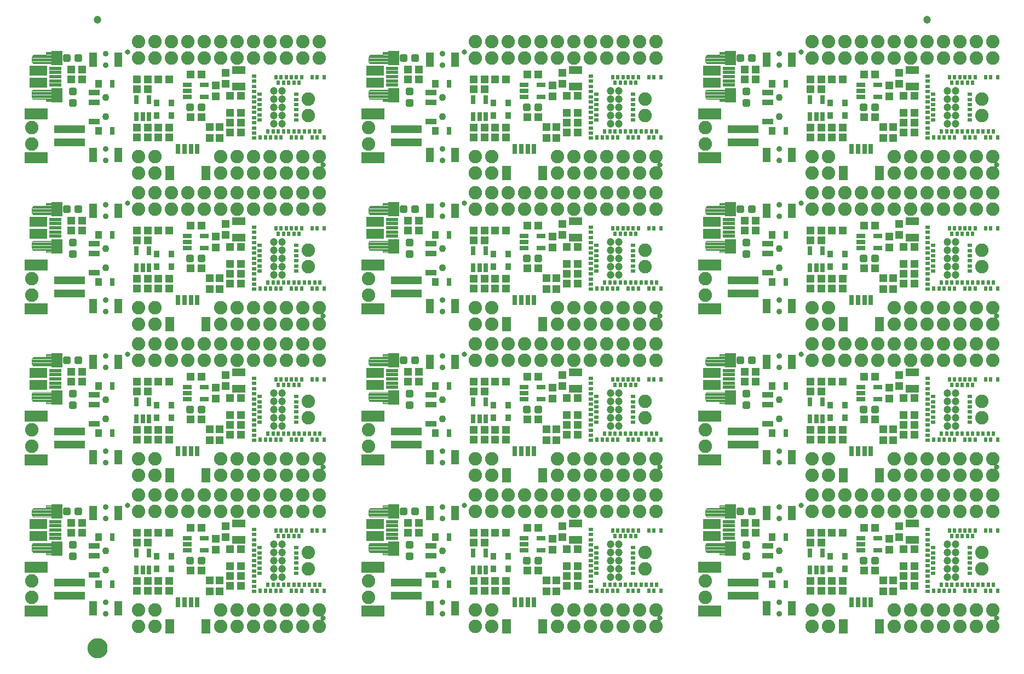
<source format=gts>
G75*
%MOIN*%
%OFA0B0*%
%FSLAX25Y25*%
%IPPOS*%
%LPD*%
%AMOC8*
5,1,8,0,0,1.08239X$1,22.5*
%
%ADD10R,0.05131X0.04737*%
%ADD11C,0.01990*%
%ADD12R,0.07690X0.02375*%
%ADD13R,0.06548X0.08674*%
%ADD14R,0.10643X0.06410*%
%ADD15C,0.00400*%
%ADD16R,0.07887X0.04737*%
%ADD17R,0.04737X0.05131*%
%ADD18R,0.02375X0.03162*%
%ADD19R,0.03162X0.02375*%
%ADD20C,0.08200*%
%ADD21C,0.03556*%
%ADD22R,0.05131X0.08674*%
%ADD23R,0.05524X0.08674*%
%ADD24R,0.03162X0.06115*%
%ADD25R,0.18910X0.04737*%
%ADD26R,0.14186X0.07099*%
%ADD27R,0.02965X0.05524*%
%ADD28R,0.03280X0.04068*%
%ADD29R,0.05524X0.02965*%
%ADD30C,0.04737*%
%ADD31R,0.06706X0.03556*%
%ADD32R,0.03162X0.04737*%
%ADD33R,0.03950X0.04737*%
%ADD34C,0.04343*%
%ADD35C,0.03300*%
%ADD36C,0.05000*%
%ADD37C,0.06706*%
D10*
X0115904Y0055000D03*
X0115904Y0061000D03*
X0122596Y0061000D03*
X0122596Y0055000D03*
X0128904Y0055000D03*
X0128904Y0061000D03*
X0135596Y0061000D03*
X0135596Y0055000D03*
X0148404Y0067500D03*
X0155096Y0067500D03*
X0172404Y0070000D03*
X0172404Y0064000D03*
X0179096Y0064000D03*
X0179096Y0070000D03*
X0179096Y0080500D03*
X0172404Y0080500D03*
X0155096Y0093500D03*
X0148404Y0093500D03*
X0135596Y0090500D03*
X0128904Y0090500D03*
X0122596Y0090500D03*
X0115904Y0090500D03*
X0115904Y0084500D03*
X0122596Y0084500D03*
X0082596Y0090500D03*
X0082596Y0096300D03*
X0075904Y0096300D03*
X0075904Y0090500D03*
X0115904Y0147000D03*
X0122596Y0147000D03*
X0128904Y0147000D03*
X0135596Y0147000D03*
X0135596Y0153000D03*
X0128904Y0153000D03*
X0122596Y0153000D03*
X0115904Y0153000D03*
X0148404Y0159500D03*
X0155096Y0159500D03*
X0172404Y0162000D03*
X0179096Y0162000D03*
X0179096Y0156000D03*
X0179096Y0150000D03*
X0172404Y0150000D03*
X0172404Y0156000D03*
X0172404Y0172500D03*
X0179096Y0172500D03*
X0155096Y0185500D03*
X0148404Y0185500D03*
X0135596Y0182500D03*
X0128904Y0182500D03*
X0122596Y0182500D03*
X0115904Y0182500D03*
X0115904Y0176500D03*
X0122596Y0176500D03*
X0082596Y0182500D03*
X0082596Y0188300D03*
X0075904Y0188300D03*
X0075904Y0182500D03*
X0115904Y0239000D03*
X0115904Y0245000D03*
X0122596Y0245000D03*
X0122596Y0239000D03*
X0128904Y0239000D03*
X0128904Y0245000D03*
X0135596Y0245000D03*
X0135596Y0239000D03*
X0148404Y0251500D03*
X0155096Y0251500D03*
X0172404Y0254000D03*
X0179096Y0254000D03*
X0179096Y0248000D03*
X0179096Y0242000D03*
X0172404Y0242000D03*
X0172404Y0248000D03*
X0172404Y0264500D03*
X0179096Y0264500D03*
X0155096Y0277500D03*
X0148404Y0277500D03*
X0135596Y0274500D03*
X0128904Y0274500D03*
X0122596Y0274500D03*
X0122596Y0268500D03*
X0115904Y0268500D03*
X0115904Y0274500D03*
X0082596Y0274500D03*
X0075904Y0274500D03*
X0075904Y0280300D03*
X0082596Y0280300D03*
X0115904Y0331000D03*
X0115904Y0337000D03*
X0122596Y0337000D03*
X0122596Y0331000D03*
X0128904Y0331000D03*
X0128904Y0337000D03*
X0135596Y0337000D03*
X0135596Y0331000D03*
X0148404Y0343500D03*
X0155096Y0343500D03*
X0172404Y0346000D03*
X0172404Y0340000D03*
X0179096Y0340000D03*
X0179096Y0346000D03*
X0179096Y0356500D03*
X0172404Y0356500D03*
X0155096Y0369500D03*
X0148404Y0369500D03*
X0135596Y0366500D03*
X0128904Y0366500D03*
X0122596Y0366500D03*
X0122596Y0360500D03*
X0115904Y0360500D03*
X0115904Y0366500D03*
X0082596Y0366500D03*
X0075904Y0366500D03*
X0075904Y0372300D03*
X0082596Y0372300D03*
X0172404Y0334000D03*
X0179096Y0334000D03*
X0280904Y0366500D03*
X0287596Y0366500D03*
X0287596Y0372300D03*
X0280904Y0372300D03*
X0320904Y0366500D03*
X0320904Y0360500D03*
X0327596Y0360500D03*
X0327596Y0366500D03*
X0333904Y0366500D03*
X0340596Y0366500D03*
X0353404Y0369500D03*
X0360096Y0369500D03*
X0377404Y0356500D03*
X0384096Y0356500D03*
X0384096Y0346000D03*
X0384096Y0340000D03*
X0377404Y0340000D03*
X0377404Y0346000D03*
X0360096Y0343500D03*
X0353404Y0343500D03*
X0340596Y0337000D03*
X0340596Y0331000D03*
X0333904Y0331000D03*
X0333904Y0337000D03*
X0327596Y0337000D03*
X0327596Y0331000D03*
X0320904Y0331000D03*
X0320904Y0337000D03*
X0377404Y0334000D03*
X0384096Y0334000D03*
X0360096Y0277500D03*
X0353404Y0277500D03*
X0340596Y0274500D03*
X0333904Y0274500D03*
X0327596Y0274500D03*
X0327596Y0268500D03*
X0320904Y0268500D03*
X0320904Y0274500D03*
X0287596Y0274500D03*
X0280904Y0274500D03*
X0280904Y0280300D03*
X0287596Y0280300D03*
X0320904Y0245000D03*
X0320904Y0239000D03*
X0327596Y0239000D03*
X0327596Y0245000D03*
X0333904Y0245000D03*
X0333904Y0239000D03*
X0340596Y0239000D03*
X0340596Y0245000D03*
X0353404Y0251500D03*
X0360096Y0251500D03*
X0377404Y0254000D03*
X0384096Y0254000D03*
X0384096Y0248000D03*
X0384096Y0242000D03*
X0377404Y0242000D03*
X0377404Y0248000D03*
X0377404Y0264500D03*
X0384096Y0264500D03*
X0485904Y0274500D03*
X0492596Y0274500D03*
X0492596Y0280300D03*
X0485904Y0280300D03*
X0525904Y0274500D03*
X0525904Y0268500D03*
X0532596Y0268500D03*
X0532596Y0274500D03*
X0538904Y0274500D03*
X0545596Y0274500D03*
X0558404Y0277500D03*
X0565096Y0277500D03*
X0582404Y0264500D03*
X0589096Y0264500D03*
X0589096Y0254000D03*
X0582404Y0254000D03*
X0582404Y0248000D03*
X0582404Y0242000D03*
X0589096Y0242000D03*
X0589096Y0248000D03*
X0565096Y0251500D03*
X0558404Y0251500D03*
X0545596Y0245000D03*
X0545596Y0239000D03*
X0538904Y0239000D03*
X0538904Y0245000D03*
X0532596Y0245000D03*
X0532596Y0239000D03*
X0525904Y0239000D03*
X0525904Y0245000D03*
X0492596Y0188300D03*
X0492596Y0182500D03*
X0485904Y0182500D03*
X0485904Y0188300D03*
X0525904Y0182500D03*
X0532596Y0182500D03*
X0538904Y0182500D03*
X0545596Y0182500D03*
X0558404Y0185500D03*
X0565096Y0185500D03*
X0582404Y0172500D03*
X0589096Y0172500D03*
X0589096Y0162000D03*
X0582404Y0162000D03*
X0582404Y0156000D03*
X0582404Y0150000D03*
X0589096Y0150000D03*
X0589096Y0156000D03*
X0565096Y0159500D03*
X0558404Y0159500D03*
X0545596Y0153000D03*
X0538904Y0153000D03*
X0532596Y0153000D03*
X0525904Y0153000D03*
X0525904Y0147000D03*
X0532596Y0147000D03*
X0538904Y0147000D03*
X0545596Y0147000D03*
X0532596Y0176500D03*
X0525904Y0176500D03*
X0384096Y0172500D03*
X0377404Y0172500D03*
X0377404Y0162000D03*
X0384096Y0162000D03*
X0384096Y0156000D03*
X0384096Y0150000D03*
X0377404Y0150000D03*
X0377404Y0156000D03*
X0360096Y0159500D03*
X0353404Y0159500D03*
X0340596Y0153000D03*
X0333904Y0153000D03*
X0327596Y0153000D03*
X0320904Y0153000D03*
X0320904Y0147000D03*
X0327596Y0147000D03*
X0333904Y0147000D03*
X0340596Y0147000D03*
X0327596Y0176500D03*
X0320904Y0176500D03*
X0320904Y0182500D03*
X0327596Y0182500D03*
X0333904Y0182500D03*
X0340596Y0182500D03*
X0353404Y0185500D03*
X0360096Y0185500D03*
X0287596Y0188300D03*
X0287596Y0182500D03*
X0280904Y0182500D03*
X0280904Y0188300D03*
X0280904Y0096300D03*
X0280904Y0090500D03*
X0287596Y0090500D03*
X0287596Y0096300D03*
X0320904Y0090500D03*
X0327596Y0090500D03*
X0333904Y0090500D03*
X0340596Y0090500D03*
X0353404Y0093500D03*
X0360096Y0093500D03*
X0377404Y0080500D03*
X0384096Y0080500D03*
X0384096Y0070000D03*
X0384096Y0064000D03*
X0377404Y0064000D03*
X0377404Y0070000D03*
X0360096Y0067500D03*
X0353404Y0067500D03*
X0340596Y0061000D03*
X0340596Y0055000D03*
X0333904Y0055000D03*
X0333904Y0061000D03*
X0327596Y0061000D03*
X0327596Y0055000D03*
X0320904Y0055000D03*
X0320904Y0061000D03*
X0320904Y0084500D03*
X0327596Y0084500D03*
X0377404Y0058000D03*
X0384096Y0058000D03*
X0485904Y0090500D03*
X0485904Y0096300D03*
X0492596Y0096300D03*
X0492596Y0090500D03*
X0525904Y0090500D03*
X0532596Y0090500D03*
X0538904Y0090500D03*
X0545596Y0090500D03*
X0558404Y0093500D03*
X0565096Y0093500D03*
X0582404Y0080500D03*
X0589096Y0080500D03*
X0589096Y0070000D03*
X0589096Y0064000D03*
X0582404Y0064000D03*
X0582404Y0070000D03*
X0565096Y0067500D03*
X0558404Y0067500D03*
X0545596Y0061000D03*
X0545596Y0055000D03*
X0538904Y0055000D03*
X0538904Y0061000D03*
X0532596Y0061000D03*
X0532596Y0055000D03*
X0525904Y0055000D03*
X0525904Y0061000D03*
X0525904Y0084500D03*
X0532596Y0084500D03*
X0582404Y0058000D03*
X0589096Y0058000D03*
X0179096Y0058000D03*
X0172404Y0058000D03*
X0525904Y0331000D03*
X0525904Y0337000D03*
X0532596Y0337000D03*
X0532596Y0331000D03*
X0538904Y0331000D03*
X0538904Y0337000D03*
X0545596Y0337000D03*
X0545596Y0331000D03*
X0558404Y0343500D03*
X0565096Y0343500D03*
X0582404Y0346000D03*
X0582404Y0340000D03*
X0589096Y0340000D03*
X0589096Y0346000D03*
X0589096Y0356500D03*
X0582404Y0356500D03*
X0565096Y0369500D03*
X0558404Y0369500D03*
X0545596Y0366500D03*
X0538904Y0366500D03*
X0532596Y0366500D03*
X0532596Y0360500D03*
X0525904Y0360500D03*
X0525904Y0366500D03*
X0492596Y0366500D03*
X0485904Y0366500D03*
X0485904Y0372300D03*
X0492596Y0372300D03*
X0582404Y0334000D03*
X0589096Y0334000D03*
D11*
X0563830Y0348127D02*
X0563830Y0350873D01*
X0566576Y0350873D01*
X0566576Y0348127D01*
X0563830Y0348127D01*
X0563830Y0350017D02*
X0566576Y0350017D01*
X0556924Y0350873D02*
X0556924Y0348127D01*
X0556924Y0350873D02*
X0559670Y0350873D01*
X0559670Y0348127D01*
X0556924Y0348127D01*
X0556924Y0350017D02*
X0559670Y0350017D01*
X0488830Y0378127D02*
X0488830Y0380873D01*
X0491576Y0380873D01*
X0491576Y0378127D01*
X0488830Y0378127D01*
X0488830Y0380017D02*
X0491576Y0380017D01*
X0481924Y0380873D02*
X0481924Y0378127D01*
X0481924Y0380873D02*
X0484670Y0380873D01*
X0484670Y0378127D01*
X0481924Y0378127D01*
X0481924Y0380017D02*
X0484670Y0380017D01*
X0485377Y0360326D02*
X0488123Y0360326D01*
X0488123Y0357580D01*
X0485377Y0357580D01*
X0485377Y0360326D01*
X0485377Y0359470D02*
X0488123Y0359470D01*
X0488123Y0353420D02*
X0485377Y0353420D01*
X0488123Y0353420D02*
X0488123Y0350674D01*
X0485377Y0350674D01*
X0485377Y0353420D01*
X0485377Y0352564D02*
X0488123Y0352564D01*
X0488830Y0288873D02*
X0488830Y0286127D01*
X0488830Y0288873D02*
X0491576Y0288873D01*
X0491576Y0286127D01*
X0488830Y0286127D01*
X0488830Y0288017D02*
X0491576Y0288017D01*
X0481924Y0288873D02*
X0481924Y0286127D01*
X0481924Y0288873D02*
X0484670Y0288873D01*
X0484670Y0286127D01*
X0481924Y0286127D01*
X0481924Y0288017D02*
X0484670Y0288017D01*
X0485377Y0268326D02*
X0488123Y0268326D01*
X0488123Y0265580D01*
X0485377Y0265580D01*
X0485377Y0268326D01*
X0485377Y0267470D02*
X0488123Y0267470D01*
X0488123Y0261420D02*
X0485377Y0261420D01*
X0488123Y0261420D02*
X0488123Y0258674D01*
X0485377Y0258674D01*
X0485377Y0261420D01*
X0485377Y0260564D02*
X0488123Y0260564D01*
X0556924Y0258873D02*
X0556924Y0256127D01*
X0556924Y0258873D02*
X0559670Y0258873D01*
X0559670Y0256127D01*
X0556924Y0256127D01*
X0556924Y0258017D02*
X0559670Y0258017D01*
X0563830Y0258873D02*
X0563830Y0256127D01*
X0563830Y0258873D02*
X0566576Y0258873D01*
X0566576Y0256127D01*
X0563830Y0256127D01*
X0563830Y0258017D02*
X0566576Y0258017D01*
X0488830Y0196873D02*
X0488830Y0194127D01*
X0488830Y0196873D02*
X0491576Y0196873D01*
X0491576Y0194127D01*
X0488830Y0194127D01*
X0488830Y0196017D02*
X0491576Y0196017D01*
X0481924Y0196873D02*
X0481924Y0194127D01*
X0481924Y0196873D02*
X0484670Y0196873D01*
X0484670Y0194127D01*
X0481924Y0194127D01*
X0481924Y0196017D02*
X0484670Y0196017D01*
X0485377Y0176326D02*
X0488123Y0176326D01*
X0488123Y0173580D01*
X0485377Y0173580D01*
X0485377Y0176326D01*
X0485377Y0175470D02*
X0488123Y0175470D01*
X0488123Y0169420D02*
X0485377Y0169420D01*
X0488123Y0169420D02*
X0488123Y0166674D01*
X0485377Y0166674D01*
X0485377Y0169420D01*
X0485377Y0168564D02*
X0488123Y0168564D01*
X0556924Y0166873D02*
X0556924Y0164127D01*
X0556924Y0166873D02*
X0559670Y0166873D01*
X0559670Y0164127D01*
X0556924Y0164127D01*
X0556924Y0166017D02*
X0559670Y0166017D01*
X0563830Y0166873D02*
X0563830Y0164127D01*
X0563830Y0166873D02*
X0566576Y0166873D01*
X0566576Y0164127D01*
X0563830Y0164127D01*
X0563830Y0166017D02*
X0566576Y0166017D01*
X0488830Y0104873D02*
X0488830Y0102127D01*
X0488830Y0104873D02*
X0491576Y0104873D01*
X0491576Y0102127D01*
X0488830Y0102127D01*
X0488830Y0104017D02*
X0491576Y0104017D01*
X0481924Y0104873D02*
X0481924Y0102127D01*
X0481924Y0104873D02*
X0484670Y0104873D01*
X0484670Y0102127D01*
X0481924Y0102127D01*
X0481924Y0104017D02*
X0484670Y0104017D01*
X0485377Y0084326D02*
X0488123Y0084326D01*
X0488123Y0081580D01*
X0485377Y0081580D01*
X0485377Y0084326D01*
X0485377Y0083470D02*
X0488123Y0083470D01*
X0488123Y0077420D02*
X0485377Y0077420D01*
X0488123Y0077420D02*
X0488123Y0074674D01*
X0485377Y0074674D01*
X0485377Y0077420D01*
X0485377Y0076564D02*
X0488123Y0076564D01*
X0556924Y0074873D02*
X0556924Y0072127D01*
X0556924Y0074873D02*
X0559670Y0074873D01*
X0559670Y0072127D01*
X0556924Y0072127D01*
X0556924Y0074017D02*
X0559670Y0074017D01*
X0563830Y0074873D02*
X0563830Y0072127D01*
X0563830Y0074873D02*
X0566576Y0074873D01*
X0566576Y0072127D01*
X0563830Y0072127D01*
X0563830Y0074017D02*
X0566576Y0074017D01*
X0358830Y0074873D02*
X0358830Y0072127D01*
X0358830Y0074873D02*
X0361576Y0074873D01*
X0361576Y0072127D01*
X0358830Y0072127D01*
X0358830Y0074017D02*
X0361576Y0074017D01*
X0351924Y0074873D02*
X0351924Y0072127D01*
X0351924Y0074873D02*
X0354670Y0074873D01*
X0354670Y0072127D01*
X0351924Y0072127D01*
X0351924Y0074017D02*
X0354670Y0074017D01*
X0283830Y0102127D02*
X0283830Y0104873D01*
X0286576Y0104873D01*
X0286576Y0102127D01*
X0283830Y0102127D01*
X0283830Y0104017D02*
X0286576Y0104017D01*
X0276924Y0104873D02*
X0276924Y0102127D01*
X0276924Y0104873D02*
X0279670Y0104873D01*
X0279670Y0102127D01*
X0276924Y0102127D01*
X0276924Y0104017D02*
X0279670Y0104017D01*
X0280377Y0084326D02*
X0283123Y0084326D01*
X0283123Y0081580D01*
X0280377Y0081580D01*
X0280377Y0084326D01*
X0280377Y0083470D02*
X0283123Y0083470D01*
X0283123Y0077420D02*
X0280377Y0077420D01*
X0283123Y0077420D02*
X0283123Y0074674D01*
X0280377Y0074674D01*
X0280377Y0077420D01*
X0280377Y0076564D02*
X0283123Y0076564D01*
X0153830Y0074873D02*
X0153830Y0072127D01*
X0153830Y0074873D02*
X0156576Y0074873D01*
X0156576Y0072127D01*
X0153830Y0072127D01*
X0153830Y0074017D02*
X0156576Y0074017D01*
X0146924Y0074873D02*
X0146924Y0072127D01*
X0146924Y0074873D02*
X0149670Y0074873D01*
X0149670Y0072127D01*
X0146924Y0072127D01*
X0146924Y0074017D02*
X0149670Y0074017D01*
X0078123Y0077420D02*
X0075377Y0077420D01*
X0078123Y0077420D02*
X0078123Y0074674D01*
X0075377Y0074674D01*
X0075377Y0077420D01*
X0075377Y0076564D02*
X0078123Y0076564D01*
X0078123Y0084326D02*
X0075377Y0084326D01*
X0078123Y0084326D02*
X0078123Y0081580D01*
X0075377Y0081580D01*
X0075377Y0084326D01*
X0075377Y0083470D02*
X0078123Y0083470D01*
X0078830Y0102127D02*
X0078830Y0104873D01*
X0081576Y0104873D01*
X0081576Y0102127D01*
X0078830Y0102127D01*
X0078830Y0104017D02*
X0081576Y0104017D01*
X0071924Y0104873D02*
X0071924Y0102127D01*
X0071924Y0104873D02*
X0074670Y0104873D01*
X0074670Y0102127D01*
X0071924Y0102127D01*
X0071924Y0104017D02*
X0074670Y0104017D01*
X0075377Y0169420D02*
X0078123Y0169420D01*
X0078123Y0166674D01*
X0075377Y0166674D01*
X0075377Y0169420D01*
X0075377Y0168564D02*
X0078123Y0168564D01*
X0078123Y0176326D02*
X0075377Y0176326D01*
X0078123Y0176326D02*
X0078123Y0173580D01*
X0075377Y0173580D01*
X0075377Y0176326D01*
X0075377Y0175470D02*
X0078123Y0175470D01*
X0078830Y0194127D02*
X0078830Y0196873D01*
X0081576Y0196873D01*
X0081576Y0194127D01*
X0078830Y0194127D01*
X0078830Y0196017D02*
X0081576Y0196017D01*
X0071924Y0196873D02*
X0071924Y0194127D01*
X0071924Y0196873D02*
X0074670Y0196873D01*
X0074670Y0194127D01*
X0071924Y0194127D01*
X0071924Y0196017D02*
X0074670Y0196017D01*
X0146924Y0166873D02*
X0146924Y0164127D01*
X0146924Y0166873D02*
X0149670Y0166873D01*
X0149670Y0164127D01*
X0146924Y0164127D01*
X0146924Y0166017D02*
X0149670Y0166017D01*
X0153830Y0166873D02*
X0153830Y0164127D01*
X0153830Y0166873D02*
X0156576Y0166873D01*
X0156576Y0164127D01*
X0153830Y0164127D01*
X0153830Y0166017D02*
X0156576Y0166017D01*
X0280377Y0169420D02*
X0283123Y0169420D01*
X0283123Y0166674D01*
X0280377Y0166674D01*
X0280377Y0169420D01*
X0280377Y0168564D02*
X0283123Y0168564D01*
X0283123Y0176326D02*
X0280377Y0176326D01*
X0283123Y0176326D02*
X0283123Y0173580D01*
X0280377Y0173580D01*
X0280377Y0176326D01*
X0280377Y0175470D02*
X0283123Y0175470D01*
X0283830Y0194127D02*
X0283830Y0196873D01*
X0286576Y0196873D01*
X0286576Y0194127D01*
X0283830Y0194127D01*
X0283830Y0196017D02*
X0286576Y0196017D01*
X0276924Y0196873D02*
X0276924Y0194127D01*
X0276924Y0196873D02*
X0279670Y0196873D01*
X0279670Y0194127D01*
X0276924Y0194127D01*
X0276924Y0196017D02*
X0279670Y0196017D01*
X0351924Y0166873D02*
X0351924Y0164127D01*
X0351924Y0166873D02*
X0354670Y0166873D01*
X0354670Y0164127D01*
X0351924Y0164127D01*
X0351924Y0166017D02*
X0354670Y0166017D01*
X0358830Y0166873D02*
X0358830Y0164127D01*
X0358830Y0166873D02*
X0361576Y0166873D01*
X0361576Y0164127D01*
X0358830Y0164127D01*
X0358830Y0166017D02*
X0361576Y0166017D01*
X0358830Y0256127D02*
X0358830Y0258873D01*
X0361576Y0258873D01*
X0361576Y0256127D01*
X0358830Y0256127D01*
X0358830Y0258017D02*
X0361576Y0258017D01*
X0351924Y0258873D02*
X0351924Y0256127D01*
X0351924Y0258873D02*
X0354670Y0258873D01*
X0354670Y0256127D01*
X0351924Y0256127D01*
X0351924Y0258017D02*
X0354670Y0258017D01*
X0283830Y0286127D02*
X0283830Y0288873D01*
X0286576Y0288873D01*
X0286576Y0286127D01*
X0283830Y0286127D01*
X0283830Y0288017D02*
X0286576Y0288017D01*
X0276924Y0288873D02*
X0276924Y0286127D01*
X0276924Y0288873D02*
X0279670Y0288873D01*
X0279670Y0286127D01*
X0276924Y0286127D01*
X0276924Y0288017D02*
X0279670Y0288017D01*
X0280377Y0268326D02*
X0283123Y0268326D01*
X0283123Y0265580D01*
X0280377Y0265580D01*
X0280377Y0268326D01*
X0280377Y0267470D02*
X0283123Y0267470D01*
X0283123Y0261420D02*
X0280377Y0261420D01*
X0283123Y0261420D02*
X0283123Y0258674D01*
X0280377Y0258674D01*
X0280377Y0261420D01*
X0280377Y0260564D02*
X0283123Y0260564D01*
X0153830Y0258873D02*
X0153830Y0256127D01*
X0153830Y0258873D02*
X0156576Y0258873D01*
X0156576Y0256127D01*
X0153830Y0256127D01*
X0153830Y0258017D02*
X0156576Y0258017D01*
X0146924Y0258873D02*
X0146924Y0256127D01*
X0146924Y0258873D02*
X0149670Y0258873D01*
X0149670Y0256127D01*
X0146924Y0256127D01*
X0146924Y0258017D02*
X0149670Y0258017D01*
X0078123Y0261420D02*
X0075377Y0261420D01*
X0078123Y0261420D02*
X0078123Y0258674D01*
X0075377Y0258674D01*
X0075377Y0261420D01*
X0075377Y0260564D02*
X0078123Y0260564D01*
X0078123Y0268326D02*
X0075377Y0268326D01*
X0078123Y0268326D02*
X0078123Y0265580D01*
X0075377Y0265580D01*
X0075377Y0268326D01*
X0075377Y0267470D02*
X0078123Y0267470D01*
X0078830Y0286127D02*
X0078830Y0288873D01*
X0081576Y0288873D01*
X0081576Y0286127D01*
X0078830Y0286127D01*
X0078830Y0288017D02*
X0081576Y0288017D01*
X0071924Y0288873D02*
X0071924Y0286127D01*
X0071924Y0288873D02*
X0074670Y0288873D01*
X0074670Y0286127D01*
X0071924Y0286127D01*
X0071924Y0288017D02*
X0074670Y0288017D01*
X0146924Y0348127D02*
X0146924Y0350873D01*
X0149670Y0350873D01*
X0149670Y0348127D01*
X0146924Y0348127D01*
X0146924Y0350017D02*
X0149670Y0350017D01*
X0153830Y0350873D02*
X0153830Y0348127D01*
X0153830Y0350873D02*
X0156576Y0350873D01*
X0156576Y0348127D01*
X0153830Y0348127D01*
X0153830Y0350017D02*
X0156576Y0350017D01*
X0078123Y0353420D02*
X0075377Y0353420D01*
X0078123Y0353420D02*
X0078123Y0350674D01*
X0075377Y0350674D01*
X0075377Y0353420D01*
X0075377Y0352564D02*
X0078123Y0352564D01*
X0078123Y0360326D02*
X0075377Y0360326D01*
X0078123Y0360326D02*
X0078123Y0357580D01*
X0075377Y0357580D01*
X0075377Y0360326D01*
X0075377Y0359470D02*
X0078123Y0359470D01*
X0078830Y0378127D02*
X0078830Y0380873D01*
X0081576Y0380873D01*
X0081576Y0378127D01*
X0078830Y0378127D01*
X0078830Y0380017D02*
X0081576Y0380017D01*
X0071924Y0380873D02*
X0071924Y0378127D01*
X0071924Y0380873D02*
X0074670Y0380873D01*
X0074670Y0378127D01*
X0071924Y0378127D01*
X0071924Y0380017D02*
X0074670Y0380017D01*
X0276924Y0380873D02*
X0276924Y0378127D01*
X0276924Y0380873D02*
X0279670Y0380873D01*
X0279670Y0378127D01*
X0276924Y0378127D01*
X0276924Y0380017D02*
X0279670Y0380017D01*
X0283830Y0380873D02*
X0283830Y0378127D01*
X0283830Y0380873D02*
X0286576Y0380873D01*
X0286576Y0378127D01*
X0283830Y0378127D01*
X0283830Y0380017D02*
X0286576Y0380017D01*
X0283123Y0360326D02*
X0280377Y0360326D01*
X0283123Y0360326D02*
X0283123Y0357580D01*
X0280377Y0357580D01*
X0280377Y0360326D01*
X0280377Y0359470D02*
X0283123Y0359470D01*
X0283123Y0353420D02*
X0280377Y0353420D01*
X0283123Y0353420D02*
X0283123Y0350674D01*
X0280377Y0350674D01*
X0280377Y0353420D01*
X0280377Y0352564D02*
X0283123Y0352564D01*
X0351924Y0350873D02*
X0351924Y0348127D01*
X0351924Y0350873D02*
X0354670Y0350873D01*
X0354670Y0348127D01*
X0351924Y0348127D01*
X0351924Y0350017D02*
X0354670Y0350017D01*
X0358830Y0350873D02*
X0358830Y0348127D01*
X0358830Y0350873D02*
X0361576Y0350873D01*
X0361576Y0348127D01*
X0358830Y0348127D01*
X0358830Y0350017D02*
X0361576Y0350017D01*
D12*
X0271250Y0362982D03*
X0271250Y0365541D03*
X0271250Y0368100D03*
X0271250Y0370659D03*
X0271250Y0373218D03*
X0271250Y0281218D03*
X0271250Y0278659D03*
X0271250Y0276100D03*
X0271250Y0273541D03*
X0271250Y0270982D03*
X0271250Y0189218D03*
X0271250Y0186659D03*
X0271250Y0184100D03*
X0271250Y0181541D03*
X0271250Y0178982D03*
X0271250Y0097218D03*
X0271250Y0094659D03*
X0271250Y0092100D03*
X0271250Y0089541D03*
X0271250Y0086982D03*
X0066250Y0086982D03*
X0066250Y0089541D03*
X0066250Y0092100D03*
X0066250Y0094659D03*
X0066250Y0097218D03*
X0066250Y0178982D03*
X0066250Y0181541D03*
X0066250Y0184100D03*
X0066250Y0186659D03*
X0066250Y0189218D03*
X0066250Y0270982D03*
X0066250Y0273541D03*
X0066250Y0276100D03*
X0066250Y0278659D03*
X0066250Y0281218D03*
X0066250Y0362982D03*
X0066250Y0365541D03*
X0066250Y0368100D03*
X0066250Y0370659D03*
X0066250Y0373218D03*
X0476250Y0373218D03*
X0476250Y0370659D03*
X0476250Y0368100D03*
X0476250Y0365541D03*
X0476250Y0362982D03*
X0476250Y0281218D03*
X0476250Y0278659D03*
X0476250Y0276100D03*
X0476250Y0273541D03*
X0476250Y0270982D03*
X0476250Y0189218D03*
X0476250Y0186659D03*
X0476250Y0184100D03*
X0476250Y0181541D03*
X0476250Y0178982D03*
X0476250Y0097218D03*
X0476250Y0094659D03*
X0476250Y0092100D03*
X0476250Y0089541D03*
X0476250Y0086982D03*
D13*
X0477333Y0080683D03*
X0477333Y0103517D03*
X0477333Y0172683D03*
X0477333Y0195517D03*
X0477333Y0264683D03*
X0477333Y0287517D03*
X0477333Y0356683D03*
X0477333Y0379517D03*
X0272333Y0379517D03*
X0272333Y0356683D03*
X0272333Y0287517D03*
X0272333Y0264683D03*
X0272333Y0195517D03*
X0272333Y0172683D03*
X0272333Y0103517D03*
X0272333Y0080683D03*
X0067333Y0080683D03*
X0067333Y0103517D03*
X0067333Y0172683D03*
X0067333Y0195517D03*
X0067333Y0264683D03*
X0067333Y0287517D03*
X0067333Y0356683D03*
X0067333Y0379517D03*
D14*
X0055719Y0371889D03*
X0055719Y0364311D03*
X0055719Y0279889D03*
X0055719Y0272311D03*
X0055719Y0187889D03*
X0055719Y0180311D03*
X0055719Y0095889D03*
X0055719Y0088311D03*
X0260719Y0088311D03*
X0260719Y0095889D03*
X0260719Y0180311D03*
X0260719Y0187889D03*
X0260719Y0272311D03*
X0260719Y0279889D03*
X0260719Y0364311D03*
X0260719Y0371889D03*
X0465719Y0371889D03*
X0465719Y0364311D03*
X0465719Y0279889D03*
X0465719Y0272311D03*
X0465719Y0187889D03*
X0465719Y0180311D03*
X0465719Y0095889D03*
X0465719Y0088311D03*
D15*
X0463159Y0084226D02*
X0473789Y0084226D01*
X0473789Y0077139D01*
X0470640Y0077139D01*
X0470640Y0078320D01*
X0463159Y0078320D01*
X0462858Y0078399D01*
X0462581Y0078542D01*
X0462343Y0078744D01*
X0462156Y0078993D01*
X0462029Y0079278D01*
X0461969Y0079584D01*
X0461978Y0079895D01*
X0461978Y0083045D01*
X0462008Y0083308D01*
X0462095Y0083557D01*
X0462236Y0083781D01*
X0462423Y0083968D01*
X0462647Y0084109D01*
X0462897Y0084196D01*
X0463159Y0084226D01*
X0462348Y0083893D02*
X0473789Y0083893D01*
X0473789Y0083495D02*
X0462073Y0083495D01*
X0461984Y0083096D02*
X0473789Y0083096D01*
X0473789Y0082698D02*
X0461978Y0082698D01*
X0461978Y0082299D02*
X0473789Y0082299D01*
X0473789Y0081901D02*
X0461978Y0081901D01*
X0461978Y0081502D02*
X0473789Y0081502D01*
X0473789Y0081103D02*
X0461978Y0081103D01*
X0461978Y0080705D02*
X0473789Y0080705D01*
X0473789Y0080306D02*
X0461978Y0080306D01*
X0461978Y0079908D02*
X0473789Y0079908D01*
X0473789Y0079509D02*
X0461984Y0079509D01*
X0462104Y0079111D02*
X0473789Y0079111D01*
X0473789Y0078712D02*
X0462380Y0078712D01*
X0470640Y0078314D02*
X0473789Y0078314D01*
X0473789Y0077915D02*
X0470640Y0077915D01*
X0470640Y0077517D02*
X0473789Y0077517D01*
X0473789Y0099974D02*
X0463553Y0099974D01*
X0463242Y0099965D01*
X0462936Y0100025D01*
X0462651Y0100152D01*
X0462402Y0100339D01*
X0462200Y0100577D01*
X0462057Y0100853D01*
X0461978Y0101155D01*
X0461978Y0103911D01*
X0462018Y0104261D01*
X0462134Y0104594D01*
X0462322Y0104893D01*
X0462571Y0105142D01*
X0462870Y0105330D01*
X0463203Y0105446D01*
X0463553Y0105486D01*
X0470640Y0105486D01*
X0470640Y0107061D01*
X0473789Y0107061D01*
X0473789Y0099974D01*
X0473789Y0100232D02*
X0462544Y0100232D01*
X0462172Y0100631D02*
X0473789Y0100631D01*
X0473789Y0101029D02*
X0462011Y0101029D01*
X0461978Y0101428D02*
X0473789Y0101428D01*
X0473789Y0101826D02*
X0461978Y0101826D01*
X0461978Y0102225D02*
X0473789Y0102225D01*
X0473789Y0102623D02*
X0461978Y0102623D01*
X0461978Y0103022D02*
X0473789Y0103022D01*
X0473789Y0103420D02*
X0461978Y0103420D01*
X0461978Y0103819D02*
X0473789Y0103819D01*
X0473789Y0104217D02*
X0462013Y0104217D01*
X0462148Y0104616D02*
X0473789Y0104616D01*
X0473789Y0105014D02*
X0462443Y0105014D01*
X0463107Y0105413D02*
X0473789Y0105413D01*
X0473789Y0105811D02*
X0470640Y0105811D01*
X0470640Y0106210D02*
X0473789Y0106210D01*
X0473789Y0106608D02*
X0470640Y0106608D01*
X0470640Y0107007D02*
X0473789Y0107007D01*
X0473789Y0169139D02*
X0470640Y0169139D01*
X0470640Y0170320D01*
X0463159Y0170320D01*
X0462858Y0170399D01*
X0462581Y0170542D01*
X0462343Y0170744D01*
X0462156Y0170993D01*
X0462029Y0171278D01*
X0461969Y0171584D01*
X0461978Y0171895D01*
X0461978Y0175045D01*
X0462008Y0175308D01*
X0462095Y0175557D01*
X0462236Y0175781D01*
X0462423Y0175968D01*
X0462647Y0176109D01*
X0462897Y0176196D01*
X0463159Y0176226D01*
X0473789Y0176226D01*
X0473789Y0169139D01*
X0473789Y0169174D02*
X0470640Y0169174D01*
X0470640Y0169573D02*
X0473789Y0169573D01*
X0473789Y0169972D02*
X0470640Y0169972D01*
X0473789Y0170370D02*
X0462969Y0170370D01*
X0462325Y0170769D02*
X0473789Y0170769D01*
X0473789Y0171167D02*
X0462079Y0171167D01*
X0461973Y0171566D02*
X0473789Y0171566D01*
X0473789Y0171964D02*
X0461978Y0171964D01*
X0461978Y0172363D02*
X0473789Y0172363D01*
X0473789Y0172761D02*
X0461978Y0172761D01*
X0461978Y0173160D02*
X0473789Y0173160D01*
X0473789Y0173558D02*
X0461978Y0173558D01*
X0461978Y0173957D02*
X0473789Y0173957D01*
X0473789Y0174355D02*
X0461978Y0174355D01*
X0461978Y0174754D02*
X0473789Y0174754D01*
X0473789Y0175152D02*
X0461990Y0175152D01*
X0462093Y0175551D02*
X0473789Y0175551D01*
X0473789Y0175949D02*
X0462404Y0175949D01*
X0463242Y0191965D02*
X0462936Y0192025D01*
X0462651Y0192152D01*
X0462402Y0192339D01*
X0462200Y0192577D01*
X0462057Y0192853D01*
X0461978Y0193155D01*
X0461978Y0195911D01*
X0462018Y0196261D01*
X0462134Y0196594D01*
X0462322Y0196893D01*
X0462571Y0197142D01*
X0462870Y0197330D01*
X0463203Y0197446D01*
X0463553Y0197486D01*
X0470640Y0197486D01*
X0470640Y0199061D01*
X0473789Y0199061D01*
X0473789Y0191974D01*
X0463553Y0191974D01*
X0463242Y0191965D01*
X0462469Y0192288D02*
X0473789Y0192288D01*
X0473789Y0192687D02*
X0462143Y0192687D01*
X0461997Y0193085D02*
X0473789Y0193085D01*
X0473789Y0193484D02*
X0461978Y0193484D01*
X0461978Y0193882D02*
X0473789Y0193882D01*
X0473789Y0194281D02*
X0461978Y0194281D01*
X0461978Y0194679D02*
X0473789Y0194679D01*
X0473789Y0195078D02*
X0461978Y0195078D01*
X0461978Y0195476D02*
X0473789Y0195476D01*
X0473789Y0195875D02*
X0461978Y0195875D01*
X0462022Y0196273D02*
X0473789Y0196273D01*
X0473789Y0196672D02*
X0462183Y0196672D01*
X0462499Y0197070D02*
X0473789Y0197070D01*
X0473789Y0197469D02*
X0463402Y0197469D01*
X0470640Y0197867D02*
X0473789Y0197867D01*
X0473789Y0198266D02*
X0470640Y0198266D01*
X0470640Y0198664D02*
X0473789Y0198664D01*
X0473789Y0261139D02*
X0470640Y0261139D01*
X0470640Y0262320D01*
X0463159Y0262320D01*
X0462858Y0262399D01*
X0462581Y0262542D01*
X0462343Y0262744D01*
X0462156Y0262993D01*
X0462029Y0263278D01*
X0461969Y0263584D01*
X0461978Y0263895D01*
X0461978Y0267045D01*
X0462008Y0267308D01*
X0462095Y0267557D01*
X0462236Y0267781D01*
X0462423Y0267968D01*
X0462647Y0268109D01*
X0462897Y0268196D01*
X0463159Y0268226D01*
X0473789Y0268226D01*
X0473789Y0261139D01*
X0473789Y0261231D02*
X0470640Y0261231D01*
X0470640Y0261629D02*
X0473789Y0261629D01*
X0473789Y0262028D02*
X0470640Y0262028D01*
X0473789Y0262426D02*
X0462805Y0262426D01*
X0462283Y0262825D02*
X0473789Y0262825D01*
X0473789Y0263223D02*
X0462054Y0263223D01*
X0461970Y0263622D02*
X0473789Y0263622D01*
X0473789Y0264020D02*
X0461978Y0264020D01*
X0461978Y0264419D02*
X0473789Y0264419D01*
X0473789Y0264817D02*
X0461978Y0264817D01*
X0461978Y0265216D02*
X0473789Y0265216D01*
X0473789Y0265614D02*
X0461978Y0265614D01*
X0461978Y0266013D02*
X0473789Y0266013D01*
X0473789Y0266411D02*
X0461978Y0266411D01*
X0461978Y0266810D02*
X0473789Y0266810D01*
X0473789Y0267208D02*
X0461997Y0267208D01*
X0462126Y0267607D02*
X0473789Y0267607D01*
X0473789Y0268005D02*
X0462482Y0268005D01*
X0463242Y0283965D02*
X0462936Y0284025D01*
X0462651Y0284152D01*
X0462402Y0284339D01*
X0462200Y0284577D01*
X0462057Y0284853D01*
X0461978Y0285155D01*
X0461978Y0287911D01*
X0462018Y0288261D01*
X0462134Y0288594D01*
X0462322Y0288893D01*
X0462571Y0289142D01*
X0462870Y0289330D01*
X0463203Y0289446D01*
X0463553Y0289486D01*
X0470640Y0289486D01*
X0470640Y0291061D01*
X0473789Y0291061D01*
X0473789Y0283974D01*
X0463553Y0283974D01*
X0463242Y0283965D01*
X0462397Y0284344D02*
X0473789Y0284344D01*
X0473789Y0284743D02*
X0462114Y0284743D01*
X0461982Y0285141D02*
X0473789Y0285141D01*
X0473789Y0285540D02*
X0461978Y0285540D01*
X0461978Y0285938D02*
X0473789Y0285938D01*
X0473789Y0286337D02*
X0461978Y0286337D01*
X0461978Y0286735D02*
X0473789Y0286735D01*
X0473789Y0287134D02*
X0461978Y0287134D01*
X0461978Y0287532D02*
X0473789Y0287532D01*
X0473789Y0287931D02*
X0461981Y0287931D01*
X0462042Y0288329D02*
X0473789Y0288329D01*
X0473789Y0288728D02*
X0462218Y0288728D01*
X0462555Y0289126D02*
X0473789Y0289126D01*
X0473789Y0289525D02*
X0470640Y0289525D01*
X0470640Y0289923D02*
X0473789Y0289923D01*
X0473789Y0290322D02*
X0470640Y0290322D01*
X0470640Y0290720D02*
X0473789Y0290720D01*
X0473789Y0353139D02*
X0470640Y0353139D01*
X0470640Y0354320D01*
X0463159Y0354320D01*
X0462858Y0354399D01*
X0462581Y0354542D01*
X0462343Y0354744D01*
X0462156Y0354993D01*
X0462029Y0355278D01*
X0461969Y0355584D01*
X0461978Y0355895D01*
X0461978Y0359045D01*
X0462008Y0359308D01*
X0462095Y0359557D01*
X0462236Y0359781D01*
X0462423Y0359968D01*
X0462647Y0360109D01*
X0462897Y0360196D01*
X0463159Y0360226D01*
X0473789Y0360226D01*
X0473789Y0353139D01*
X0473789Y0353287D02*
X0470640Y0353287D01*
X0470640Y0353685D02*
X0473789Y0353685D01*
X0473789Y0354084D02*
X0470640Y0354084D01*
X0473789Y0354482D02*
X0462697Y0354482D01*
X0462241Y0354881D02*
X0473789Y0354881D01*
X0473789Y0355279D02*
X0462029Y0355279D01*
X0461972Y0355678D02*
X0473789Y0355678D01*
X0473789Y0356076D02*
X0461978Y0356076D01*
X0461978Y0356475D02*
X0473789Y0356475D01*
X0473789Y0356873D02*
X0461978Y0356873D01*
X0461978Y0357272D02*
X0473789Y0357272D01*
X0473789Y0357670D02*
X0461978Y0357670D01*
X0461978Y0358069D02*
X0473789Y0358069D01*
X0473789Y0358467D02*
X0461978Y0358467D01*
X0461978Y0358866D02*
X0473789Y0358866D01*
X0473789Y0359264D02*
X0462003Y0359264D01*
X0462162Y0359663D02*
X0473789Y0359663D01*
X0473789Y0360061D02*
X0462571Y0360061D01*
X0463242Y0375965D02*
X0462936Y0376025D01*
X0462651Y0376152D01*
X0462402Y0376339D01*
X0462200Y0376577D01*
X0462057Y0376853D01*
X0461978Y0377155D01*
X0461978Y0379911D01*
X0462018Y0380261D01*
X0462134Y0380594D01*
X0462322Y0380893D01*
X0462571Y0381142D01*
X0462870Y0381330D01*
X0463203Y0381446D01*
X0463553Y0381486D01*
X0470640Y0381486D01*
X0470640Y0383061D01*
X0473789Y0383061D01*
X0473789Y0375974D01*
X0463553Y0375974D01*
X0463242Y0375965D01*
X0463053Y0376002D02*
X0473789Y0376002D01*
X0473789Y0376400D02*
X0462350Y0376400D01*
X0462085Y0376799D02*
X0473789Y0376799D01*
X0473789Y0377197D02*
X0461978Y0377197D01*
X0461978Y0377596D02*
X0473789Y0377596D01*
X0473789Y0377994D02*
X0461978Y0377994D01*
X0461978Y0378393D02*
X0473789Y0378393D01*
X0473789Y0378791D02*
X0461978Y0378791D01*
X0461978Y0379190D02*
X0473789Y0379190D01*
X0473789Y0379588D02*
X0461978Y0379588D01*
X0461987Y0379987D02*
X0473789Y0379987D01*
X0473789Y0380385D02*
X0462061Y0380385D01*
X0462253Y0380784D02*
X0473789Y0380784D01*
X0473789Y0381183D02*
X0462635Y0381183D01*
X0470640Y0381581D02*
X0473789Y0381581D01*
X0473789Y0381980D02*
X0470640Y0381980D01*
X0470640Y0382378D02*
X0473789Y0382378D01*
X0473789Y0382777D02*
X0470640Y0382777D01*
X0268789Y0382777D02*
X0265640Y0382777D01*
X0265640Y0383061D02*
X0268789Y0383061D01*
X0268789Y0375974D01*
X0258553Y0375974D01*
X0258242Y0375965D01*
X0257936Y0376025D01*
X0257651Y0376152D01*
X0257402Y0376339D01*
X0257200Y0376577D01*
X0257057Y0376853D01*
X0256978Y0377155D01*
X0256978Y0379911D01*
X0257018Y0380261D01*
X0257134Y0380594D01*
X0257322Y0380893D01*
X0257571Y0381142D01*
X0257870Y0381330D01*
X0258203Y0381446D01*
X0258553Y0381486D01*
X0265640Y0381486D01*
X0265640Y0383061D01*
X0265640Y0382378D02*
X0268789Y0382378D01*
X0268789Y0381980D02*
X0265640Y0381980D01*
X0265640Y0381581D02*
X0268789Y0381581D01*
X0268789Y0381183D02*
X0257635Y0381183D01*
X0257253Y0380784D02*
X0268789Y0380784D01*
X0268789Y0380385D02*
X0257061Y0380385D01*
X0256987Y0379987D02*
X0268789Y0379987D01*
X0268789Y0379588D02*
X0256978Y0379588D01*
X0256978Y0379190D02*
X0268789Y0379190D01*
X0268789Y0378791D02*
X0256978Y0378791D01*
X0256978Y0378393D02*
X0268789Y0378393D01*
X0268789Y0377994D02*
X0256978Y0377994D01*
X0256978Y0377596D02*
X0268789Y0377596D01*
X0268789Y0377197D02*
X0256978Y0377197D01*
X0257085Y0376799D02*
X0268789Y0376799D01*
X0268789Y0376400D02*
X0257350Y0376400D01*
X0258053Y0376002D02*
X0268789Y0376002D01*
X0268789Y0360226D02*
X0258159Y0360226D01*
X0257897Y0360196D01*
X0257647Y0360109D01*
X0257423Y0359968D01*
X0257236Y0359781D01*
X0257095Y0359557D01*
X0257008Y0359308D01*
X0256978Y0359045D01*
X0256978Y0355895D01*
X0256969Y0355584D01*
X0257029Y0355278D01*
X0257156Y0354993D01*
X0257343Y0354744D01*
X0257581Y0354542D01*
X0257858Y0354399D01*
X0258159Y0354320D01*
X0265640Y0354320D01*
X0265640Y0353139D01*
X0268789Y0353139D01*
X0268789Y0360226D01*
X0268789Y0360061D02*
X0257571Y0360061D01*
X0257162Y0359663D02*
X0268789Y0359663D01*
X0268789Y0359264D02*
X0257003Y0359264D01*
X0256978Y0358866D02*
X0268789Y0358866D01*
X0268789Y0358467D02*
X0256978Y0358467D01*
X0256978Y0358069D02*
X0268789Y0358069D01*
X0268789Y0357670D02*
X0256978Y0357670D01*
X0256978Y0357272D02*
X0268789Y0357272D01*
X0268789Y0356873D02*
X0256978Y0356873D01*
X0256978Y0356475D02*
X0268789Y0356475D01*
X0268789Y0356076D02*
X0256978Y0356076D01*
X0256972Y0355678D02*
X0268789Y0355678D01*
X0268789Y0355279D02*
X0257029Y0355279D01*
X0257241Y0354881D02*
X0268789Y0354881D01*
X0268789Y0354482D02*
X0257697Y0354482D01*
X0265640Y0354084D02*
X0268789Y0354084D01*
X0268789Y0353685D02*
X0265640Y0353685D01*
X0265640Y0353287D02*
X0268789Y0353287D01*
X0268789Y0291061D02*
X0265640Y0291061D01*
X0265640Y0289486D01*
X0258553Y0289486D01*
X0258203Y0289446D01*
X0257870Y0289330D01*
X0257571Y0289142D01*
X0257322Y0288893D01*
X0257134Y0288594D01*
X0257018Y0288261D01*
X0256978Y0287911D01*
X0256978Y0285155D01*
X0257057Y0284853D01*
X0257200Y0284577D01*
X0257402Y0284339D01*
X0257651Y0284152D01*
X0257936Y0284025D01*
X0258242Y0283965D01*
X0258553Y0283974D01*
X0268789Y0283974D01*
X0268789Y0291061D01*
X0268789Y0290720D02*
X0265640Y0290720D01*
X0265640Y0290322D02*
X0268789Y0290322D01*
X0268789Y0289923D02*
X0265640Y0289923D01*
X0265640Y0289525D02*
X0268789Y0289525D01*
X0268789Y0289126D02*
X0257555Y0289126D01*
X0257218Y0288728D02*
X0268789Y0288728D01*
X0268789Y0288329D02*
X0257042Y0288329D01*
X0256981Y0287931D02*
X0268789Y0287931D01*
X0268789Y0287532D02*
X0256978Y0287532D01*
X0256978Y0287134D02*
X0268789Y0287134D01*
X0268789Y0286735D02*
X0256978Y0286735D01*
X0256978Y0286337D02*
X0268789Y0286337D01*
X0268789Y0285938D02*
X0256978Y0285938D01*
X0256978Y0285540D02*
X0268789Y0285540D01*
X0268789Y0285141D02*
X0256982Y0285141D01*
X0257114Y0284743D02*
X0268789Y0284743D01*
X0268789Y0284344D02*
X0257397Y0284344D01*
X0258159Y0268226D02*
X0268789Y0268226D01*
X0268789Y0261139D01*
X0265640Y0261139D01*
X0265640Y0262320D01*
X0258159Y0262320D01*
X0257858Y0262399D01*
X0257581Y0262542D01*
X0257343Y0262744D01*
X0257156Y0262993D01*
X0257029Y0263278D01*
X0256969Y0263584D01*
X0256978Y0263895D01*
X0256978Y0267045D01*
X0257008Y0267308D01*
X0257095Y0267557D01*
X0257236Y0267781D01*
X0257423Y0267968D01*
X0257647Y0268109D01*
X0257897Y0268196D01*
X0258159Y0268226D01*
X0257482Y0268005D02*
X0268789Y0268005D01*
X0268789Y0267607D02*
X0257126Y0267607D01*
X0256997Y0267208D02*
X0268789Y0267208D01*
X0268789Y0266810D02*
X0256978Y0266810D01*
X0256978Y0266411D02*
X0268789Y0266411D01*
X0268789Y0266013D02*
X0256978Y0266013D01*
X0256978Y0265614D02*
X0268789Y0265614D01*
X0268789Y0265216D02*
X0256978Y0265216D01*
X0256978Y0264817D02*
X0268789Y0264817D01*
X0268789Y0264419D02*
X0256978Y0264419D01*
X0256978Y0264020D02*
X0268789Y0264020D01*
X0268789Y0263622D02*
X0256970Y0263622D01*
X0257054Y0263223D02*
X0268789Y0263223D01*
X0268789Y0262825D02*
X0257283Y0262825D01*
X0257805Y0262426D02*
X0268789Y0262426D01*
X0268789Y0262028D02*
X0265640Y0262028D01*
X0265640Y0261629D02*
X0268789Y0261629D01*
X0268789Y0261231D02*
X0265640Y0261231D01*
X0265640Y0199061D02*
X0268789Y0199061D01*
X0268789Y0191974D01*
X0258553Y0191974D01*
X0258242Y0191965D01*
X0257936Y0192025D01*
X0257651Y0192152D01*
X0257402Y0192339D01*
X0257200Y0192577D01*
X0257057Y0192853D01*
X0256978Y0193155D01*
X0256978Y0195911D01*
X0257018Y0196261D01*
X0257134Y0196594D01*
X0257322Y0196893D01*
X0257571Y0197142D01*
X0257870Y0197330D01*
X0258203Y0197446D01*
X0258553Y0197486D01*
X0265640Y0197486D01*
X0265640Y0199061D01*
X0265640Y0198664D02*
X0268789Y0198664D01*
X0268789Y0198266D02*
X0265640Y0198266D01*
X0265640Y0197867D02*
X0268789Y0197867D01*
X0268789Y0197469D02*
X0258402Y0197469D01*
X0257499Y0197070D02*
X0268789Y0197070D01*
X0268789Y0196672D02*
X0257183Y0196672D01*
X0257022Y0196273D02*
X0268789Y0196273D01*
X0268789Y0195875D02*
X0256978Y0195875D01*
X0256978Y0195476D02*
X0268789Y0195476D01*
X0268789Y0195078D02*
X0256978Y0195078D01*
X0256978Y0194679D02*
X0268789Y0194679D01*
X0268789Y0194281D02*
X0256978Y0194281D01*
X0256978Y0193882D02*
X0268789Y0193882D01*
X0268789Y0193484D02*
X0256978Y0193484D01*
X0256997Y0193085D02*
X0268789Y0193085D01*
X0268789Y0192687D02*
X0257143Y0192687D01*
X0257469Y0192288D02*
X0268789Y0192288D01*
X0268789Y0176226D02*
X0258159Y0176226D01*
X0257897Y0176196D01*
X0257647Y0176109D01*
X0257423Y0175968D01*
X0257236Y0175781D01*
X0257095Y0175557D01*
X0257008Y0175308D01*
X0256978Y0175045D01*
X0256978Y0171895D01*
X0256969Y0171584D01*
X0257029Y0171278D01*
X0257156Y0170993D01*
X0257343Y0170744D01*
X0257581Y0170542D01*
X0257858Y0170399D01*
X0258159Y0170320D01*
X0265640Y0170320D01*
X0265640Y0169139D01*
X0268789Y0169139D01*
X0268789Y0176226D01*
X0268789Y0175949D02*
X0257404Y0175949D01*
X0257093Y0175551D02*
X0268789Y0175551D01*
X0268789Y0175152D02*
X0256990Y0175152D01*
X0256978Y0174754D02*
X0268789Y0174754D01*
X0268789Y0174355D02*
X0256978Y0174355D01*
X0256978Y0173957D02*
X0268789Y0173957D01*
X0268789Y0173558D02*
X0256978Y0173558D01*
X0256978Y0173160D02*
X0268789Y0173160D01*
X0268789Y0172761D02*
X0256978Y0172761D01*
X0256978Y0172363D02*
X0268789Y0172363D01*
X0268789Y0171964D02*
X0256978Y0171964D01*
X0256973Y0171566D02*
X0268789Y0171566D01*
X0268789Y0171167D02*
X0257079Y0171167D01*
X0257325Y0170769D02*
X0268789Y0170769D01*
X0268789Y0170370D02*
X0257969Y0170370D01*
X0265640Y0169972D02*
X0268789Y0169972D01*
X0268789Y0169573D02*
X0265640Y0169573D01*
X0265640Y0169174D02*
X0268789Y0169174D01*
X0268789Y0107061D02*
X0265640Y0107061D01*
X0265640Y0105486D01*
X0258553Y0105486D01*
X0258203Y0105446D01*
X0257870Y0105330D01*
X0257571Y0105142D01*
X0257322Y0104893D01*
X0257134Y0104594D01*
X0257018Y0104261D01*
X0256978Y0103911D01*
X0256978Y0101155D01*
X0257057Y0100853D01*
X0257200Y0100577D01*
X0257402Y0100339D01*
X0257651Y0100152D01*
X0257936Y0100025D01*
X0258242Y0099965D01*
X0258553Y0099974D01*
X0268789Y0099974D01*
X0268789Y0107061D01*
X0268789Y0107007D02*
X0265640Y0107007D01*
X0265640Y0106608D02*
X0268789Y0106608D01*
X0268789Y0106210D02*
X0265640Y0106210D01*
X0265640Y0105811D02*
X0268789Y0105811D01*
X0268789Y0105413D02*
X0258107Y0105413D01*
X0257443Y0105014D02*
X0268789Y0105014D01*
X0268789Y0104616D02*
X0257148Y0104616D01*
X0257013Y0104217D02*
X0268789Y0104217D01*
X0268789Y0103819D02*
X0256978Y0103819D01*
X0256978Y0103420D02*
X0268789Y0103420D01*
X0268789Y0103022D02*
X0256978Y0103022D01*
X0256978Y0102623D02*
X0268789Y0102623D01*
X0268789Y0102225D02*
X0256978Y0102225D01*
X0256978Y0101826D02*
X0268789Y0101826D01*
X0268789Y0101428D02*
X0256978Y0101428D01*
X0257011Y0101029D02*
X0268789Y0101029D01*
X0268789Y0100631D02*
X0257172Y0100631D01*
X0257544Y0100232D02*
X0268789Y0100232D01*
X0268789Y0084226D02*
X0258159Y0084226D01*
X0257897Y0084196D01*
X0257647Y0084109D01*
X0257423Y0083968D01*
X0257236Y0083781D01*
X0257095Y0083557D01*
X0257008Y0083308D01*
X0256978Y0083045D01*
X0256978Y0079895D01*
X0256969Y0079584D01*
X0257029Y0079278D01*
X0257156Y0078993D01*
X0257343Y0078744D01*
X0257581Y0078542D01*
X0257858Y0078399D01*
X0258159Y0078320D01*
X0265640Y0078320D01*
X0265640Y0077139D01*
X0268789Y0077139D01*
X0268789Y0084226D01*
X0268789Y0083893D02*
X0257348Y0083893D01*
X0257073Y0083495D02*
X0268789Y0083495D01*
X0268789Y0083096D02*
X0256984Y0083096D01*
X0256978Y0082698D02*
X0268789Y0082698D01*
X0268789Y0082299D02*
X0256978Y0082299D01*
X0256978Y0081901D02*
X0268789Y0081901D01*
X0268789Y0081502D02*
X0256978Y0081502D01*
X0256978Y0081103D02*
X0268789Y0081103D01*
X0268789Y0080705D02*
X0256978Y0080705D01*
X0256978Y0080306D02*
X0268789Y0080306D01*
X0268789Y0079908D02*
X0256978Y0079908D01*
X0256984Y0079509D02*
X0268789Y0079509D01*
X0268789Y0079111D02*
X0257104Y0079111D01*
X0257380Y0078712D02*
X0268789Y0078712D01*
X0268789Y0078314D02*
X0265640Y0078314D01*
X0265640Y0077915D02*
X0268789Y0077915D01*
X0268789Y0077517D02*
X0265640Y0077517D01*
X0063789Y0077517D02*
X0060640Y0077517D01*
X0060640Y0077139D02*
X0060640Y0078320D01*
X0053159Y0078320D01*
X0052858Y0078399D01*
X0052581Y0078542D01*
X0052343Y0078744D01*
X0052156Y0078993D01*
X0052029Y0079278D01*
X0051969Y0079584D01*
X0051978Y0079895D01*
X0051978Y0083045D01*
X0052008Y0083308D01*
X0052095Y0083557D01*
X0052236Y0083781D01*
X0052423Y0083968D01*
X0052647Y0084109D01*
X0052897Y0084196D01*
X0053159Y0084226D01*
X0063789Y0084226D01*
X0063789Y0077139D01*
X0060640Y0077139D01*
X0060640Y0077915D02*
X0063789Y0077915D01*
X0063789Y0078314D02*
X0060640Y0078314D01*
X0063789Y0078712D02*
X0052380Y0078712D01*
X0052104Y0079111D02*
X0063789Y0079111D01*
X0063789Y0079509D02*
X0051984Y0079509D01*
X0051978Y0079908D02*
X0063789Y0079908D01*
X0063789Y0080306D02*
X0051978Y0080306D01*
X0051978Y0080705D02*
X0063789Y0080705D01*
X0063789Y0081103D02*
X0051978Y0081103D01*
X0051978Y0081502D02*
X0063789Y0081502D01*
X0063789Y0081901D02*
X0051978Y0081901D01*
X0051978Y0082299D02*
X0063789Y0082299D01*
X0063789Y0082698D02*
X0051978Y0082698D01*
X0051984Y0083096D02*
X0063789Y0083096D01*
X0063789Y0083495D02*
X0052073Y0083495D01*
X0052348Y0083893D02*
X0063789Y0083893D01*
X0063789Y0099974D02*
X0053553Y0099974D01*
X0053242Y0099965D01*
X0052936Y0100025D01*
X0052651Y0100152D01*
X0052402Y0100339D01*
X0052200Y0100577D01*
X0052057Y0100853D01*
X0051978Y0101155D01*
X0051978Y0103911D01*
X0052018Y0104261D01*
X0052134Y0104594D01*
X0052322Y0104893D01*
X0052571Y0105142D01*
X0052870Y0105330D01*
X0053203Y0105446D01*
X0053553Y0105486D01*
X0060640Y0105486D01*
X0060640Y0107061D01*
X0063789Y0107061D01*
X0063789Y0099974D01*
X0063789Y0100232D02*
X0052544Y0100232D01*
X0052172Y0100631D02*
X0063789Y0100631D01*
X0063789Y0101029D02*
X0052011Y0101029D01*
X0051978Y0101428D02*
X0063789Y0101428D01*
X0063789Y0101826D02*
X0051978Y0101826D01*
X0051978Y0102225D02*
X0063789Y0102225D01*
X0063789Y0102623D02*
X0051978Y0102623D01*
X0051978Y0103022D02*
X0063789Y0103022D01*
X0063789Y0103420D02*
X0051978Y0103420D01*
X0051978Y0103819D02*
X0063789Y0103819D01*
X0063789Y0104217D02*
X0052013Y0104217D01*
X0052148Y0104616D02*
X0063789Y0104616D01*
X0063789Y0105014D02*
X0052443Y0105014D01*
X0053107Y0105413D02*
X0063789Y0105413D01*
X0063789Y0105811D02*
X0060640Y0105811D01*
X0060640Y0106210D02*
X0063789Y0106210D01*
X0063789Y0106608D02*
X0060640Y0106608D01*
X0060640Y0107007D02*
X0063789Y0107007D01*
X0063789Y0169139D02*
X0060640Y0169139D01*
X0060640Y0170320D01*
X0053159Y0170320D01*
X0052858Y0170399D01*
X0052581Y0170542D01*
X0052343Y0170744D01*
X0052156Y0170993D01*
X0052029Y0171278D01*
X0051969Y0171584D01*
X0051978Y0171895D01*
X0051978Y0175045D01*
X0052008Y0175308D01*
X0052095Y0175557D01*
X0052236Y0175781D01*
X0052423Y0175968D01*
X0052647Y0176109D01*
X0052897Y0176196D01*
X0053159Y0176226D01*
X0063789Y0176226D01*
X0063789Y0169139D01*
X0063789Y0169174D02*
X0060640Y0169174D01*
X0060640Y0169573D02*
X0063789Y0169573D01*
X0063789Y0169972D02*
X0060640Y0169972D01*
X0063789Y0170370D02*
X0052969Y0170370D01*
X0052325Y0170769D02*
X0063789Y0170769D01*
X0063789Y0171167D02*
X0052079Y0171167D01*
X0051973Y0171566D02*
X0063789Y0171566D01*
X0063789Y0171964D02*
X0051978Y0171964D01*
X0051978Y0172363D02*
X0063789Y0172363D01*
X0063789Y0172761D02*
X0051978Y0172761D01*
X0051978Y0173160D02*
X0063789Y0173160D01*
X0063789Y0173558D02*
X0051978Y0173558D01*
X0051978Y0173957D02*
X0063789Y0173957D01*
X0063789Y0174355D02*
X0051978Y0174355D01*
X0051978Y0174754D02*
X0063789Y0174754D01*
X0063789Y0175152D02*
X0051990Y0175152D01*
X0052093Y0175551D02*
X0063789Y0175551D01*
X0063789Y0175949D02*
X0052404Y0175949D01*
X0053242Y0191965D02*
X0052936Y0192025D01*
X0052651Y0192152D01*
X0052402Y0192339D01*
X0052200Y0192577D01*
X0052057Y0192853D01*
X0051978Y0193155D01*
X0051978Y0195911D01*
X0052018Y0196261D01*
X0052134Y0196594D01*
X0052322Y0196893D01*
X0052571Y0197142D01*
X0052870Y0197330D01*
X0053203Y0197446D01*
X0053553Y0197486D01*
X0060640Y0197486D01*
X0060640Y0199061D01*
X0063789Y0199061D01*
X0063789Y0191974D01*
X0053553Y0191974D01*
X0053242Y0191965D01*
X0052469Y0192288D02*
X0063789Y0192288D01*
X0063789Y0192687D02*
X0052143Y0192687D01*
X0051997Y0193085D02*
X0063789Y0193085D01*
X0063789Y0193484D02*
X0051978Y0193484D01*
X0051978Y0193882D02*
X0063789Y0193882D01*
X0063789Y0194281D02*
X0051978Y0194281D01*
X0051978Y0194679D02*
X0063789Y0194679D01*
X0063789Y0195078D02*
X0051978Y0195078D01*
X0051978Y0195476D02*
X0063789Y0195476D01*
X0063789Y0195875D02*
X0051978Y0195875D01*
X0052022Y0196273D02*
X0063789Y0196273D01*
X0063789Y0196672D02*
X0052183Y0196672D01*
X0052499Y0197070D02*
X0063789Y0197070D01*
X0063789Y0197469D02*
X0053402Y0197469D01*
X0060640Y0197867D02*
X0063789Y0197867D01*
X0063789Y0198266D02*
X0060640Y0198266D01*
X0060640Y0198664D02*
X0063789Y0198664D01*
X0063789Y0261139D02*
X0060640Y0261139D01*
X0060640Y0262320D01*
X0053159Y0262320D01*
X0052858Y0262399D01*
X0052581Y0262542D01*
X0052343Y0262744D01*
X0052156Y0262993D01*
X0052029Y0263278D01*
X0051969Y0263584D01*
X0051978Y0263895D01*
X0051978Y0267045D01*
X0052008Y0267308D01*
X0052095Y0267557D01*
X0052236Y0267781D01*
X0052423Y0267968D01*
X0052647Y0268109D01*
X0052897Y0268196D01*
X0053159Y0268226D01*
X0063789Y0268226D01*
X0063789Y0261139D01*
X0063789Y0261231D02*
X0060640Y0261231D01*
X0060640Y0261629D02*
X0063789Y0261629D01*
X0063789Y0262028D02*
X0060640Y0262028D01*
X0063789Y0262426D02*
X0052805Y0262426D01*
X0052283Y0262825D02*
X0063789Y0262825D01*
X0063789Y0263223D02*
X0052054Y0263223D01*
X0051970Y0263622D02*
X0063789Y0263622D01*
X0063789Y0264020D02*
X0051978Y0264020D01*
X0051978Y0264419D02*
X0063789Y0264419D01*
X0063789Y0264817D02*
X0051978Y0264817D01*
X0051978Y0265216D02*
X0063789Y0265216D01*
X0063789Y0265614D02*
X0051978Y0265614D01*
X0051978Y0266013D02*
X0063789Y0266013D01*
X0063789Y0266411D02*
X0051978Y0266411D01*
X0051978Y0266810D02*
X0063789Y0266810D01*
X0063789Y0267208D02*
X0051997Y0267208D01*
X0052126Y0267607D02*
X0063789Y0267607D01*
X0063789Y0268005D02*
X0052482Y0268005D01*
X0053242Y0283965D02*
X0052936Y0284025D01*
X0052651Y0284152D01*
X0052402Y0284339D01*
X0052200Y0284577D01*
X0052057Y0284853D01*
X0051978Y0285155D01*
X0051978Y0287911D01*
X0052018Y0288261D01*
X0052134Y0288594D01*
X0052322Y0288893D01*
X0052571Y0289142D01*
X0052870Y0289330D01*
X0053203Y0289446D01*
X0053553Y0289486D01*
X0060640Y0289486D01*
X0060640Y0291061D01*
X0063789Y0291061D01*
X0063789Y0283974D01*
X0053553Y0283974D01*
X0053242Y0283965D01*
X0052397Y0284344D02*
X0063789Y0284344D01*
X0063789Y0284743D02*
X0052114Y0284743D01*
X0051982Y0285141D02*
X0063789Y0285141D01*
X0063789Y0285540D02*
X0051978Y0285540D01*
X0051978Y0285938D02*
X0063789Y0285938D01*
X0063789Y0286337D02*
X0051978Y0286337D01*
X0051978Y0286735D02*
X0063789Y0286735D01*
X0063789Y0287134D02*
X0051978Y0287134D01*
X0051978Y0287532D02*
X0063789Y0287532D01*
X0063789Y0287931D02*
X0051981Y0287931D01*
X0052042Y0288329D02*
X0063789Y0288329D01*
X0063789Y0288728D02*
X0052218Y0288728D01*
X0052555Y0289126D02*
X0063789Y0289126D01*
X0063789Y0289525D02*
X0060640Y0289525D01*
X0060640Y0289923D02*
X0063789Y0289923D01*
X0063789Y0290322D02*
X0060640Y0290322D01*
X0060640Y0290720D02*
X0063789Y0290720D01*
X0063789Y0353139D02*
X0060640Y0353139D01*
X0060640Y0354320D01*
X0053159Y0354320D01*
X0052858Y0354399D01*
X0052581Y0354542D01*
X0052343Y0354744D01*
X0052156Y0354993D01*
X0052029Y0355278D01*
X0051969Y0355584D01*
X0051978Y0355895D01*
X0051978Y0359045D01*
X0052008Y0359308D01*
X0052095Y0359557D01*
X0052236Y0359781D01*
X0052423Y0359968D01*
X0052647Y0360109D01*
X0052897Y0360196D01*
X0053159Y0360226D01*
X0063789Y0360226D01*
X0063789Y0353139D01*
X0063789Y0353287D02*
X0060640Y0353287D01*
X0060640Y0353685D02*
X0063789Y0353685D01*
X0063789Y0354084D02*
X0060640Y0354084D01*
X0063789Y0354482D02*
X0052697Y0354482D01*
X0052241Y0354881D02*
X0063789Y0354881D01*
X0063789Y0355279D02*
X0052029Y0355279D01*
X0051972Y0355678D02*
X0063789Y0355678D01*
X0063789Y0356076D02*
X0051978Y0356076D01*
X0051978Y0356475D02*
X0063789Y0356475D01*
X0063789Y0356873D02*
X0051978Y0356873D01*
X0051978Y0357272D02*
X0063789Y0357272D01*
X0063789Y0357670D02*
X0051978Y0357670D01*
X0051978Y0358069D02*
X0063789Y0358069D01*
X0063789Y0358467D02*
X0051978Y0358467D01*
X0051978Y0358866D02*
X0063789Y0358866D01*
X0063789Y0359264D02*
X0052003Y0359264D01*
X0052162Y0359663D02*
X0063789Y0359663D01*
X0063789Y0360061D02*
X0052571Y0360061D01*
X0053242Y0375965D02*
X0052936Y0376025D01*
X0052651Y0376152D01*
X0052402Y0376339D01*
X0052200Y0376577D01*
X0052057Y0376853D01*
X0051978Y0377155D01*
X0051978Y0379911D01*
X0052018Y0380261D01*
X0052134Y0380594D01*
X0052322Y0380893D01*
X0052571Y0381142D01*
X0052870Y0381330D01*
X0053203Y0381446D01*
X0053553Y0381486D01*
X0060640Y0381486D01*
X0060640Y0383061D01*
X0063789Y0383061D01*
X0063789Y0375974D01*
X0053553Y0375974D01*
X0053242Y0375965D01*
X0053053Y0376002D02*
X0063789Y0376002D01*
X0063789Y0376400D02*
X0052350Y0376400D01*
X0052085Y0376799D02*
X0063789Y0376799D01*
X0063789Y0377197D02*
X0051978Y0377197D01*
X0051978Y0377596D02*
X0063789Y0377596D01*
X0063789Y0377994D02*
X0051978Y0377994D01*
X0051978Y0378393D02*
X0063789Y0378393D01*
X0063789Y0378791D02*
X0051978Y0378791D01*
X0051978Y0379190D02*
X0063789Y0379190D01*
X0063789Y0379588D02*
X0051978Y0379588D01*
X0051987Y0379987D02*
X0063789Y0379987D01*
X0063789Y0380385D02*
X0052061Y0380385D01*
X0052253Y0380784D02*
X0063789Y0380784D01*
X0063789Y0381183D02*
X0052635Y0381183D01*
X0060640Y0381581D02*
X0063789Y0381581D01*
X0063789Y0381980D02*
X0060640Y0381980D01*
X0060640Y0382378D02*
X0063789Y0382378D01*
X0063789Y0382777D02*
X0060640Y0382777D01*
D16*
X0177750Y0371921D03*
X0177750Y0362079D03*
X0177750Y0279921D03*
X0177750Y0270079D03*
X0177750Y0187921D03*
X0177750Y0178079D03*
X0177750Y0095921D03*
X0177750Y0086079D03*
X0382750Y0086079D03*
X0382750Y0095921D03*
X0382750Y0178079D03*
X0382750Y0187921D03*
X0382750Y0270079D03*
X0382750Y0279921D03*
X0382750Y0362079D03*
X0382750Y0371921D03*
X0587750Y0371921D03*
X0587750Y0362079D03*
X0587750Y0279921D03*
X0587750Y0270079D03*
X0587750Y0187921D03*
X0587750Y0178079D03*
X0587750Y0095921D03*
X0587750Y0086079D03*
D17*
X0579750Y0087654D03*
X0573750Y0086746D03*
X0573750Y0080054D03*
X0579750Y0094346D03*
X0576250Y0061346D03*
X0570250Y0061346D03*
X0570250Y0054654D03*
X0576250Y0054654D03*
X0576250Y0146654D03*
X0570250Y0146654D03*
X0570250Y0153346D03*
X0576250Y0153346D03*
X0573750Y0172054D03*
X0573750Y0178746D03*
X0579750Y0179654D03*
X0579750Y0186346D03*
X0576250Y0238654D03*
X0570250Y0238654D03*
X0570250Y0245346D03*
X0576250Y0245346D03*
X0573750Y0264054D03*
X0573750Y0270746D03*
X0579750Y0271654D03*
X0579750Y0278346D03*
X0576250Y0330654D03*
X0570250Y0330654D03*
X0570250Y0337346D03*
X0576250Y0337346D03*
X0573750Y0356054D03*
X0573750Y0362746D03*
X0579750Y0363654D03*
X0579750Y0370346D03*
X0374750Y0370346D03*
X0374750Y0363654D03*
X0368750Y0362746D03*
X0368750Y0356054D03*
X0371250Y0337346D03*
X0365250Y0337346D03*
X0365250Y0330654D03*
X0371250Y0330654D03*
X0374750Y0278346D03*
X0374750Y0271654D03*
X0368750Y0270746D03*
X0368750Y0264054D03*
X0371250Y0245346D03*
X0365250Y0245346D03*
X0365250Y0238654D03*
X0371250Y0238654D03*
X0374750Y0186346D03*
X0374750Y0179654D03*
X0368750Y0178746D03*
X0368750Y0172054D03*
X0371250Y0153346D03*
X0365250Y0153346D03*
X0365250Y0146654D03*
X0371250Y0146654D03*
X0374750Y0094346D03*
X0374750Y0087654D03*
X0368750Y0086746D03*
X0368750Y0080054D03*
X0371250Y0061346D03*
X0365250Y0061346D03*
X0365250Y0054654D03*
X0371250Y0054654D03*
X0169750Y0087654D03*
X0163750Y0086746D03*
X0163750Y0080054D03*
X0169750Y0094346D03*
X0166250Y0061346D03*
X0160250Y0061346D03*
X0160250Y0054654D03*
X0166250Y0054654D03*
X0166250Y0146654D03*
X0160250Y0146654D03*
X0160250Y0153346D03*
X0166250Y0153346D03*
X0163750Y0172054D03*
X0163750Y0178746D03*
X0169750Y0179654D03*
X0169750Y0186346D03*
X0166250Y0238654D03*
X0160250Y0238654D03*
X0160250Y0245346D03*
X0166250Y0245346D03*
X0163750Y0264054D03*
X0163750Y0270746D03*
X0169750Y0271654D03*
X0169750Y0278346D03*
X0166250Y0330654D03*
X0160250Y0330654D03*
X0160250Y0337346D03*
X0166250Y0337346D03*
X0163750Y0356054D03*
X0163750Y0362746D03*
X0169750Y0363654D03*
X0169750Y0370346D03*
D18*
X0200393Y0367807D03*
X0203542Y0367807D03*
X0206692Y0367807D03*
X0209841Y0367807D03*
X0212991Y0367807D03*
X0216141Y0367807D03*
X0214566Y0364264D03*
X0211416Y0364264D03*
X0208267Y0364264D03*
X0205117Y0364264D03*
X0201967Y0364264D03*
X0222440Y0367807D03*
X0225589Y0367807D03*
X0229920Y0367807D03*
X0227164Y0334736D03*
X0224015Y0334736D03*
X0220865Y0334736D03*
X0217715Y0334736D03*
X0214566Y0334736D03*
X0211416Y0334736D03*
X0208267Y0334736D03*
X0205117Y0334736D03*
X0201967Y0334736D03*
X0198818Y0334736D03*
X0195668Y0334736D03*
X0194093Y0331193D03*
X0190944Y0331193D03*
X0197243Y0331193D03*
X0200393Y0331193D03*
X0203542Y0331193D03*
X0209841Y0331193D03*
X0212991Y0331193D03*
X0216141Y0331193D03*
X0222440Y0331193D03*
X0225589Y0331193D03*
X0229920Y0331193D03*
X0229920Y0275807D03*
X0225589Y0275807D03*
X0222440Y0275807D03*
X0216141Y0275807D03*
X0212991Y0275807D03*
X0209841Y0275807D03*
X0206692Y0275807D03*
X0203542Y0275807D03*
X0200393Y0275807D03*
X0201967Y0272264D03*
X0205117Y0272264D03*
X0208267Y0272264D03*
X0211416Y0272264D03*
X0214566Y0272264D03*
X0214566Y0242736D03*
X0217715Y0242736D03*
X0220865Y0242736D03*
X0224015Y0242736D03*
X0227164Y0242736D03*
X0225589Y0239193D03*
X0222440Y0239193D03*
X0216141Y0239193D03*
X0212991Y0239193D03*
X0209841Y0239193D03*
X0208267Y0242736D03*
X0211416Y0242736D03*
X0205117Y0242736D03*
X0201967Y0242736D03*
X0198818Y0242736D03*
X0195668Y0242736D03*
X0194093Y0239193D03*
X0190944Y0239193D03*
X0197243Y0239193D03*
X0200393Y0239193D03*
X0203542Y0239193D03*
X0229920Y0239193D03*
X0229920Y0183807D03*
X0225589Y0183807D03*
X0222440Y0183807D03*
X0216141Y0183807D03*
X0212991Y0183807D03*
X0209841Y0183807D03*
X0206692Y0183807D03*
X0203542Y0183807D03*
X0200393Y0183807D03*
X0201967Y0180264D03*
X0205117Y0180264D03*
X0208267Y0180264D03*
X0211416Y0180264D03*
X0214566Y0180264D03*
X0214566Y0150736D03*
X0217715Y0150736D03*
X0220865Y0150736D03*
X0224015Y0150736D03*
X0227164Y0150736D03*
X0225589Y0147193D03*
X0222440Y0147193D03*
X0216141Y0147193D03*
X0212991Y0147193D03*
X0209841Y0147193D03*
X0208267Y0150736D03*
X0211416Y0150736D03*
X0205117Y0150736D03*
X0201967Y0150736D03*
X0198818Y0150736D03*
X0195668Y0150736D03*
X0194093Y0147193D03*
X0190944Y0147193D03*
X0197243Y0147193D03*
X0200393Y0147193D03*
X0203542Y0147193D03*
X0229920Y0147193D03*
X0229920Y0091807D03*
X0225589Y0091807D03*
X0222440Y0091807D03*
X0216141Y0091807D03*
X0212991Y0091807D03*
X0209841Y0091807D03*
X0206692Y0091807D03*
X0203542Y0091807D03*
X0200393Y0091807D03*
X0201967Y0088264D03*
X0205117Y0088264D03*
X0208267Y0088264D03*
X0211416Y0088264D03*
X0214566Y0088264D03*
X0214566Y0058736D03*
X0217715Y0058736D03*
X0220865Y0058736D03*
X0224015Y0058736D03*
X0227164Y0058736D03*
X0225589Y0055193D03*
X0222440Y0055193D03*
X0216141Y0055193D03*
X0212991Y0055193D03*
X0209841Y0055193D03*
X0208267Y0058736D03*
X0211416Y0058736D03*
X0205117Y0058736D03*
X0201967Y0058736D03*
X0198818Y0058736D03*
X0195668Y0058736D03*
X0194093Y0055193D03*
X0190944Y0055193D03*
X0197243Y0055193D03*
X0200393Y0055193D03*
X0203542Y0055193D03*
X0229920Y0055193D03*
X0395944Y0055193D03*
X0399093Y0055193D03*
X0402243Y0055193D03*
X0405393Y0055193D03*
X0408542Y0055193D03*
X0406967Y0058736D03*
X0403818Y0058736D03*
X0400668Y0058736D03*
X0410117Y0058736D03*
X0413267Y0058736D03*
X0416416Y0058736D03*
X0419566Y0058736D03*
X0422715Y0058736D03*
X0425865Y0058736D03*
X0429015Y0058736D03*
X0432164Y0058736D03*
X0430589Y0055193D03*
X0427440Y0055193D03*
X0421141Y0055193D03*
X0417991Y0055193D03*
X0414841Y0055193D03*
X0434920Y0055193D03*
X0419566Y0088264D03*
X0416416Y0088264D03*
X0413267Y0088264D03*
X0410117Y0088264D03*
X0406967Y0088264D03*
X0405393Y0091807D03*
X0408542Y0091807D03*
X0411692Y0091807D03*
X0414841Y0091807D03*
X0417991Y0091807D03*
X0421141Y0091807D03*
X0427440Y0091807D03*
X0430589Y0091807D03*
X0434920Y0091807D03*
X0434920Y0147193D03*
X0430589Y0147193D03*
X0427440Y0147193D03*
X0429015Y0150736D03*
X0432164Y0150736D03*
X0425865Y0150736D03*
X0422715Y0150736D03*
X0419566Y0150736D03*
X0416416Y0150736D03*
X0413267Y0150736D03*
X0410117Y0150736D03*
X0406967Y0150736D03*
X0403818Y0150736D03*
X0400668Y0150736D03*
X0399093Y0147193D03*
X0395944Y0147193D03*
X0402243Y0147193D03*
X0405393Y0147193D03*
X0408542Y0147193D03*
X0414841Y0147193D03*
X0417991Y0147193D03*
X0421141Y0147193D03*
X0419566Y0180264D03*
X0416416Y0180264D03*
X0413267Y0180264D03*
X0410117Y0180264D03*
X0406967Y0180264D03*
X0405393Y0183807D03*
X0408542Y0183807D03*
X0411692Y0183807D03*
X0414841Y0183807D03*
X0417991Y0183807D03*
X0421141Y0183807D03*
X0427440Y0183807D03*
X0430589Y0183807D03*
X0434920Y0183807D03*
X0434920Y0239193D03*
X0430589Y0239193D03*
X0427440Y0239193D03*
X0429015Y0242736D03*
X0432164Y0242736D03*
X0425865Y0242736D03*
X0422715Y0242736D03*
X0419566Y0242736D03*
X0416416Y0242736D03*
X0413267Y0242736D03*
X0410117Y0242736D03*
X0406967Y0242736D03*
X0403818Y0242736D03*
X0400668Y0242736D03*
X0399093Y0239193D03*
X0395944Y0239193D03*
X0402243Y0239193D03*
X0405393Y0239193D03*
X0408542Y0239193D03*
X0414841Y0239193D03*
X0417991Y0239193D03*
X0421141Y0239193D03*
X0419566Y0272264D03*
X0416416Y0272264D03*
X0413267Y0272264D03*
X0410117Y0272264D03*
X0406967Y0272264D03*
X0405393Y0275807D03*
X0408542Y0275807D03*
X0411692Y0275807D03*
X0414841Y0275807D03*
X0417991Y0275807D03*
X0421141Y0275807D03*
X0427440Y0275807D03*
X0430589Y0275807D03*
X0434920Y0275807D03*
X0434920Y0331193D03*
X0430589Y0331193D03*
X0427440Y0331193D03*
X0429015Y0334736D03*
X0432164Y0334736D03*
X0425865Y0334736D03*
X0422715Y0334736D03*
X0419566Y0334736D03*
X0416416Y0334736D03*
X0413267Y0334736D03*
X0410117Y0334736D03*
X0406967Y0334736D03*
X0403818Y0334736D03*
X0400668Y0334736D03*
X0399093Y0331193D03*
X0395944Y0331193D03*
X0402243Y0331193D03*
X0405393Y0331193D03*
X0408542Y0331193D03*
X0414841Y0331193D03*
X0417991Y0331193D03*
X0421141Y0331193D03*
X0419566Y0364264D03*
X0416416Y0364264D03*
X0413267Y0364264D03*
X0410117Y0364264D03*
X0406967Y0364264D03*
X0405393Y0367807D03*
X0408542Y0367807D03*
X0411692Y0367807D03*
X0414841Y0367807D03*
X0417991Y0367807D03*
X0421141Y0367807D03*
X0427440Y0367807D03*
X0430589Y0367807D03*
X0434920Y0367807D03*
X0600944Y0331193D03*
X0604093Y0331193D03*
X0607243Y0331193D03*
X0610393Y0331193D03*
X0613542Y0331193D03*
X0611967Y0334736D03*
X0608818Y0334736D03*
X0605668Y0334736D03*
X0615117Y0334736D03*
X0618267Y0334736D03*
X0621416Y0334736D03*
X0624566Y0334736D03*
X0627715Y0334736D03*
X0630865Y0334736D03*
X0634015Y0334736D03*
X0637164Y0334736D03*
X0635589Y0331193D03*
X0632440Y0331193D03*
X0626141Y0331193D03*
X0622991Y0331193D03*
X0619841Y0331193D03*
X0639920Y0331193D03*
X0624566Y0364264D03*
X0621416Y0364264D03*
X0618267Y0364264D03*
X0615117Y0364264D03*
X0611967Y0364264D03*
X0610393Y0367807D03*
X0613542Y0367807D03*
X0616692Y0367807D03*
X0619841Y0367807D03*
X0622991Y0367807D03*
X0626141Y0367807D03*
X0632440Y0367807D03*
X0635589Y0367807D03*
X0639920Y0367807D03*
X0639920Y0275807D03*
X0635589Y0275807D03*
X0632440Y0275807D03*
X0626141Y0275807D03*
X0622991Y0275807D03*
X0619841Y0275807D03*
X0616692Y0275807D03*
X0613542Y0275807D03*
X0610393Y0275807D03*
X0611967Y0272264D03*
X0615117Y0272264D03*
X0618267Y0272264D03*
X0621416Y0272264D03*
X0624566Y0272264D03*
X0624566Y0242736D03*
X0627715Y0242736D03*
X0630865Y0242736D03*
X0634015Y0242736D03*
X0637164Y0242736D03*
X0635589Y0239193D03*
X0632440Y0239193D03*
X0626141Y0239193D03*
X0622991Y0239193D03*
X0619841Y0239193D03*
X0618267Y0242736D03*
X0621416Y0242736D03*
X0615117Y0242736D03*
X0611967Y0242736D03*
X0608818Y0242736D03*
X0605668Y0242736D03*
X0604093Y0239193D03*
X0600944Y0239193D03*
X0607243Y0239193D03*
X0610393Y0239193D03*
X0613542Y0239193D03*
X0639920Y0239193D03*
X0639920Y0183807D03*
X0635589Y0183807D03*
X0632440Y0183807D03*
X0626141Y0183807D03*
X0622991Y0183807D03*
X0619841Y0183807D03*
X0616692Y0183807D03*
X0613542Y0183807D03*
X0610393Y0183807D03*
X0611967Y0180264D03*
X0615117Y0180264D03*
X0618267Y0180264D03*
X0621416Y0180264D03*
X0624566Y0180264D03*
X0624566Y0150736D03*
X0627715Y0150736D03*
X0630865Y0150736D03*
X0634015Y0150736D03*
X0637164Y0150736D03*
X0635589Y0147193D03*
X0632440Y0147193D03*
X0626141Y0147193D03*
X0622991Y0147193D03*
X0619841Y0147193D03*
X0618267Y0150736D03*
X0621416Y0150736D03*
X0615117Y0150736D03*
X0611967Y0150736D03*
X0608818Y0150736D03*
X0605668Y0150736D03*
X0604093Y0147193D03*
X0600944Y0147193D03*
X0607243Y0147193D03*
X0610393Y0147193D03*
X0613542Y0147193D03*
X0639920Y0147193D03*
X0639920Y0091807D03*
X0635589Y0091807D03*
X0632440Y0091807D03*
X0626141Y0091807D03*
X0622991Y0091807D03*
X0619841Y0091807D03*
X0616692Y0091807D03*
X0613542Y0091807D03*
X0610393Y0091807D03*
X0611967Y0088264D03*
X0615117Y0088264D03*
X0618267Y0088264D03*
X0621416Y0088264D03*
X0624566Y0088264D03*
X0624566Y0058736D03*
X0627715Y0058736D03*
X0630865Y0058736D03*
X0634015Y0058736D03*
X0637164Y0058736D03*
X0635589Y0055193D03*
X0632440Y0055193D03*
X0626141Y0055193D03*
X0622991Y0055193D03*
X0619841Y0055193D03*
X0618267Y0058736D03*
X0621416Y0058736D03*
X0615117Y0058736D03*
X0611967Y0058736D03*
X0608818Y0058736D03*
X0605668Y0058736D03*
X0604093Y0055193D03*
X0600944Y0055193D03*
X0607243Y0055193D03*
X0610393Y0055193D03*
X0613542Y0055193D03*
X0639920Y0055193D03*
D19*
X0622991Y0065626D03*
X0622991Y0068776D03*
X0622991Y0071925D03*
X0622991Y0075075D03*
X0622991Y0078224D03*
X0622991Y0081374D03*
X0600550Y0081374D03*
X0600550Y0078224D03*
X0600550Y0075075D03*
X0600550Y0071925D03*
X0600550Y0068776D03*
X0600550Y0065626D03*
X0597007Y0064051D03*
X0597007Y0060902D03*
X0597007Y0057752D03*
X0597007Y0054602D03*
X0597007Y0067201D03*
X0597007Y0070350D03*
X0597007Y0073500D03*
X0597007Y0076650D03*
X0597007Y0079799D03*
X0597007Y0082949D03*
X0597007Y0086098D03*
X0597007Y0089248D03*
X0597007Y0092398D03*
X0597007Y0146602D03*
X0597007Y0149752D03*
X0597007Y0152902D03*
X0597007Y0156051D03*
X0597007Y0159201D03*
X0597007Y0162350D03*
X0597007Y0165500D03*
X0597007Y0168650D03*
X0597007Y0171799D03*
X0597007Y0174949D03*
X0597007Y0178098D03*
X0597007Y0181248D03*
X0597007Y0184398D03*
X0600550Y0173374D03*
X0600550Y0170224D03*
X0600550Y0167075D03*
X0600550Y0163925D03*
X0600550Y0160776D03*
X0600550Y0157626D03*
X0622991Y0157626D03*
X0622991Y0160776D03*
X0622991Y0163925D03*
X0622991Y0167075D03*
X0622991Y0170224D03*
X0622991Y0173374D03*
X0597007Y0238602D03*
X0597007Y0241752D03*
X0597007Y0244902D03*
X0597007Y0248051D03*
X0597007Y0251201D03*
X0597007Y0254350D03*
X0597007Y0257500D03*
X0597007Y0260650D03*
X0597007Y0263799D03*
X0597007Y0266949D03*
X0597007Y0270098D03*
X0597007Y0273248D03*
X0597007Y0276398D03*
X0600550Y0265374D03*
X0600550Y0262224D03*
X0600550Y0259075D03*
X0600550Y0255925D03*
X0600550Y0252776D03*
X0600550Y0249626D03*
X0622991Y0249626D03*
X0622991Y0252776D03*
X0622991Y0255925D03*
X0622991Y0259075D03*
X0622991Y0262224D03*
X0622991Y0265374D03*
X0597007Y0330602D03*
X0597007Y0333752D03*
X0597007Y0336902D03*
X0597007Y0340051D03*
X0597007Y0343201D03*
X0597007Y0346350D03*
X0597007Y0349500D03*
X0597007Y0352650D03*
X0597007Y0355799D03*
X0597007Y0358949D03*
X0597007Y0362098D03*
X0597007Y0365248D03*
X0597007Y0368398D03*
X0600550Y0357374D03*
X0600550Y0354224D03*
X0600550Y0351075D03*
X0600550Y0347925D03*
X0600550Y0344776D03*
X0600550Y0341626D03*
X0622991Y0341626D03*
X0622991Y0344776D03*
X0622991Y0347925D03*
X0622991Y0351075D03*
X0622991Y0354224D03*
X0622991Y0357374D03*
X0417991Y0357374D03*
X0417991Y0354224D03*
X0417991Y0351075D03*
X0417991Y0347925D03*
X0417991Y0344776D03*
X0417991Y0341626D03*
X0395550Y0341626D03*
X0395550Y0344776D03*
X0395550Y0347925D03*
X0395550Y0351075D03*
X0395550Y0354224D03*
X0395550Y0357374D03*
X0392007Y0355799D03*
X0392007Y0352650D03*
X0392007Y0349500D03*
X0392007Y0346350D03*
X0392007Y0343201D03*
X0392007Y0340051D03*
X0392007Y0336902D03*
X0392007Y0333752D03*
X0392007Y0330602D03*
X0392007Y0358949D03*
X0392007Y0362098D03*
X0392007Y0365248D03*
X0392007Y0368398D03*
X0392007Y0276398D03*
X0392007Y0273248D03*
X0392007Y0270098D03*
X0392007Y0266949D03*
X0392007Y0263799D03*
X0392007Y0260650D03*
X0392007Y0257500D03*
X0392007Y0254350D03*
X0392007Y0251201D03*
X0392007Y0248051D03*
X0392007Y0244902D03*
X0392007Y0241752D03*
X0392007Y0238602D03*
X0395550Y0249626D03*
X0395550Y0252776D03*
X0395550Y0255925D03*
X0395550Y0259075D03*
X0395550Y0262224D03*
X0395550Y0265374D03*
X0417991Y0265374D03*
X0417991Y0262224D03*
X0417991Y0259075D03*
X0417991Y0255925D03*
X0417991Y0252776D03*
X0417991Y0249626D03*
X0392007Y0184398D03*
X0392007Y0181248D03*
X0392007Y0178098D03*
X0392007Y0174949D03*
X0392007Y0171799D03*
X0392007Y0168650D03*
X0392007Y0165500D03*
X0392007Y0162350D03*
X0392007Y0159201D03*
X0392007Y0156051D03*
X0392007Y0152902D03*
X0392007Y0149752D03*
X0392007Y0146602D03*
X0395550Y0157626D03*
X0395550Y0160776D03*
X0395550Y0163925D03*
X0395550Y0167075D03*
X0395550Y0170224D03*
X0395550Y0173374D03*
X0417991Y0173374D03*
X0417991Y0170224D03*
X0417991Y0167075D03*
X0417991Y0163925D03*
X0417991Y0160776D03*
X0417991Y0157626D03*
X0392007Y0092398D03*
X0392007Y0089248D03*
X0392007Y0086098D03*
X0392007Y0082949D03*
X0392007Y0079799D03*
X0392007Y0076650D03*
X0392007Y0073500D03*
X0392007Y0070350D03*
X0392007Y0067201D03*
X0392007Y0064051D03*
X0392007Y0060902D03*
X0392007Y0057752D03*
X0392007Y0054602D03*
X0395550Y0065626D03*
X0395550Y0068776D03*
X0395550Y0071925D03*
X0395550Y0075075D03*
X0395550Y0078224D03*
X0395550Y0081374D03*
X0417991Y0081374D03*
X0417991Y0078224D03*
X0417991Y0075075D03*
X0417991Y0071925D03*
X0417991Y0068776D03*
X0417991Y0065626D03*
X0212991Y0065626D03*
X0212991Y0068776D03*
X0212991Y0071925D03*
X0212991Y0075075D03*
X0212991Y0078224D03*
X0212991Y0081374D03*
X0190550Y0081374D03*
X0190550Y0078224D03*
X0190550Y0075075D03*
X0190550Y0071925D03*
X0190550Y0068776D03*
X0190550Y0065626D03*
X0187007Y0064051D03*
X0187007Y0060902D03*
X0187007Y0057752D03*
X0187007Y0054602D03*
X0187007Y0067201D03*
X0187007Y0070350D03*
X0187007Y0073500D03*
X0187007Y0076650D03*
X0187007Y0079799D03*
X0187007Y0082949D03*
X0187007Y0086098D03*
X0187007Y0089248D03*
X0187007Y0092398D03*
X0187007Y0146602D03*
X0187007Y0149752D03*
X0187007Y0152902D03*
X0187007Y0156051D03*
X0187007Y0159201D03*
X0187007Y0162350D03*
X0187007Y0165500D03*
X0187007Y0168650D03*
X0187007Y0171799D03*
X0187007Y0174949D03*
X0187007Y0178098D03*
X0187007Y0181248D03*
X0187007Y0184398D03*
X0190550Y0173374D03*
X0190550Y0170224D03*
X0190550Y0167075D03*
X0190550Y0163925D03*
X0190550Y0160776D03*
X0190550Y0157626D03*
X0212991Y0157626D03*
X0212991Y0160776D03*
X0212991Y0163925D03*
X0212991Y0167075D03*
X0212991Y0170224D03*
X0212991Y0173374D03*
X0187007Y0238602D03*
X0187007Y0241752D03*
X0187007Y0244902D03*
X0187007Y0248051D03*
X0187007Y0251201D03*
X0187007Y0254350D03*
X0187007Y0257500D03*
X0187007Y0260650D03*
X0187007Y0263799D03*
X0187007Y0266949D03*
X0187007Y0270098D03*
X0187007Y0273248D03*
X0187007Y0276398D03*
X0190550Y0265374D03*
X0190550Y0262224D03*
X0190550Y0259075D03*
X0190550Y0255925D03*
X0190550Y0252776D03*
X0190550Y0249626D03*
X0212991Y0249626D03*
X0212991Y0252776D03*
X0212991Y0255925D03*
X0212991Y0259075D03*
X0212991Y0262224D03*
X0212991Y0265374D03*
X0187007Y0330602D03*
X0187007Y0333752D03*
X0187007Y0336902D03*
X0187007Y0340051D03*
X0187007Y0343201D03*
X0187007Y0346350D03*
X0187007Y0349500D03*
X0187007Y0352650D03*
X0187007Y0355799D03*
X0187007Y0358949D03*
X0187007Y0362098D03*
X0187007Y0365248D03*
X0187007Y0368398D03*
X0190550Y0357374D03*
X0190550Y0354224D03*
X0190550Y0351075D03*
X0190550Y0347925D03*
X0190550Y0344776D03*
X0190550Y0341626D03*
X0212991Y0341626D03*
X0212991Y0344776D03*
X0212991Y0347925D03*
X0212991Y0351075D03*
X0212991Y0354224D03*
X0212991Y0357374D03*
D20*
X0220250Y0354500D03*
X0220250Y0344500D03*
X0256750Y0337000D03*
X0256750Y0327000D03*
X0226750Y0319500D03*
X0216750Y0319500D03*
X0206750Y0319500D03*
X0206750Y0309500D03*
X0216750Y0309500D03*
X0226750Y0309500D03*
X0226750Y0297500D03*
X0216750Y0297500D03*
X0206750Y0297500D03*
X0196750Y0297500D03*
X0186750Y0297500D03*
X0176750Y0297500D03*
X0166750Y0297500D03*
X0156750Y0297500D03*
X0146750Y0297500D03*
X0136750Y0297500D03*
X0126750Y0297500D03*
X0116750Y0297500D03*
X0116750Y0287500D03*
X0126750Y0287500D03*
X0136750Y0287500D03*
X0146750Y0287500D03*
X0156750Y0287500D03*
X0166750Y0287500D03*
X0176750Y0287500D03*
X0186750Y0287500D03*
X0196750Y0287500D03*
X0206750Y0287500D03*
X0216750Y0287500D03*
X0226750Y0287500D03*
X0220250Y0262500D03*
X0220250Y0252500D03*
X0256750Y0245000D03*
X0256750Y0235000D03*
X0226750Y0227500D03*
X0216750Y0227500D03*
X0206750Y0227500D03*
X0206750Y0217500D03*
X0216750Y0217500D03*
X0226750Y0217500D03*
X0226750Y0205500D03*
X0216750Y0205500D03*
X0206750Y0205500D03*
X0206750Y0195500D03*
X0216750Y0195500D03*
X0226750Y0195500D03*
X0196750Y0195500D03*
X0186750Y0195500D03*
X0176750Y0195500D03*
X0176750Y0205500D03*
X0186750Y0205500D03*
X0196750Y0205500D03*
X0196750Y0217500D03*
X0186750Y0217500D03*
X0176750Y0217500D03*
X0176750Y0227500D03*
X0186750Y0227500D03*
X0196750Y0227500D03*
X0166750Y0227500D03*
X0166750Y0217500D03*
X0166750Y0205500D03*
X0156750Y0205500D03*
X0146750Y0205500D03*
X0146750Y0195500D03*
X0156750Y0195500D03*
X0166750Y0195500D03*
X0136750Y0195500D03*
X0126750Y0195500D03*
X0116750Y0195500D03*
X0116750Y0205500D03*
X0126750Y0205500D03*
X0136750Y0205500D03*
X0126750Y0217500D03*
X0116750Y0217500D03*
X0116750Y0227500D03*
X0126750Y0227500D03*
X0051750Y0235000D03*
X0051750Y0245000D03*
X0116750Y0309500D03*
X0126750Y0309500D03*
X0126750Y0319500D03*
X0116750Y0319500D03*
X0166750Y0319500D03*
X0166750Y0309500D03*
X0176750Y0309500D03*
X0186750Y0309500D03*
X0196750Y0309500D03*
X0196750Y0319500D03*
X0186750Y0319500D03*
X0176750Y0319500D03*
X0176750Y0379500D03*
X0186750Y0379500D03*
X0196750Y0379500D03*
X0206750Y0379500D03*
X0216750Y0379500D03*
X0226750Y0379500D03*
X0226750Y0389500D03*
X0216750Y0389500D03*
X0206750Y0389500D03*
X0196750Y0389500D03*
X0186750Y0389500D03*
X0176750Y0389500D03*
X0166750Y0389500D03*
X0156750Y0389500D03*
X0146750Y0389500D03*
X0136750Y0389500D03*
X0126750Y0389500D03*
X0116750Y0389500D03*
X0116750Y0379500D03*
X0126750Y0379500D03*
X0136750Y0379500D03*
X0146750Y0379500D03*
X0156750Y0379500D03*
X0166750Y0379500D03*
X0051750Y0337000D03*
X0051750Y0327000D03*
X0321750Y0319500D03*
X0331750Y0319500D03*
X0331750Y0309500D03*
X0321750Y0309500D03*
X0321750Y0297500D03*
X0331750Y0297500D03*
X0341750Y0297500D03*
X0351750Y0297500D03*
X0361750Y0297500D03*
X0371750Y0297500D03*
X0381750Y0297500D03*
X0391750Y0297500D03*
X0401750Y0297500D03*
X0411750Y0297500D03*
X0421750Y0297500D03*
X0431750Y0297500D03*
X0431750Y0287500D03*
X0421750Y0287500D03*
X0411750Y0287500D03*
X0401750Y0287500D03*
X0391750Y0287500D03*
X0381750Y0287500D03*
X0371750Y0287500D03*
X0361750Y0287500D03*
X0351750Y0287500D03*
X0341750Y0287500D03*
X0331750Y0287500D03*
X0321750Y0287500D03*
X0371750Y0309500D03*
X0371750Y0319500D03*
X0381750Y0319500D03*
X0391750Y0319500D03*
X0401750Y0319500D03*
X0411750Y0319500D03*
X0411750Y0309500D03*
X0401750Y0309500D03*
X0391750Y0309500D03*
X0381750Y0309500D03*
X0421750Y0309500D03*
X0431750Y0309500D03*
X0431750Y0319500D03*
X0421750Y0319500D03*
X0461750Y0327000D03*
X0461750Y0337000D03*
X0425250Y0344500D03*
X0425250Y0354500D03*
X0421750Y0379500D03*
X0431750Y0379500D03*
X0431750Y0389500D03*
X0421750Y0389500D03*
X0411750Y0389500D03*
X0401750Y0389500D03*
X0391750Y0389500D03*
X0381750Y0389500D03*
X0371750Y0389500D03*
X0361750Y0389500D03*
X0351750Y0389500D03*
X0341750Y0389500D03*
X0331750Y0389500D03*
X0321750Y0389500D03*
X0321750Y0379500D03*
X0331750Y0379500D03*
X0341750Y0379500D03*
X0351750Y0379500D03*
X0361750Y0379500D03*
X0371750Y0379500D03*
X0381750Y0379500D03*
X0391750Y0379500D03*
X0401750Y0379500D03*
X0411750Y0379500D03*
X0526750Y0379500D03*
X0536750Y0379500D03*
X0546750Y0379500D03*
X0556750Y0379500D03*
X0566750Y0379500D03*
X0576750Y0379500D03*
X0586750Y0379500D03*
X0596750Y0379500D03*
X0606750Y0379500D03*
X0616750Y0379500D03*
X0626750Y0379500D03*
X0636750Y0379500D03*
X0636750Y0389500D03*
X0626750Y0389500D03*
X0616750Y0389500D03*
X0606750Y0389500D03*
X0596750Y0389500D03*
X0586750Y0389500D03*
X0576750Y0389500D03*
X0566750Y0389500D03*
X0556750Y0389500D03*
X0546750Y0389500D03*
X0536750Y0389500D03*
X0526750Y0389500D03*
X0630250Y0354500D03*
X0630250Y0344500D03*
X0626750Y0319500D03*
X0636750Y0319500D03*
X0636750Y0309500D03*
X0626750Y0309500D03*
X0616750Y0309500D03*
X0606750Y0309500D03*
X0596750Y0309500D03*
X0596750Y0319500D03*
X0606750Y0319500D03*
X0616750Y0319500D03*
X0586750Y0319500D03*
X0576750Y0319500D03*
X0576750Y0309500D03*
X0586750Y0309500D03*
X0586750Y0297500D03*
X0576750Y0297500D03*
X0566750Y0297500D03*
X0556750Y0297500D03*
X0546750Y0297500D03*
X0536750Y0297500D03*
X0526750Y0297500D03*
X0526750Y0287500D03*
X0536750Y0287500D03*
X0546750Y0287500D03*
X0556750Y0287500D03*
X0566750Y0287500D03*
X0576750Y0287500D03*
X0586750Y0287500D03*
X0596750Y0287500D03*
X0606750Y0287500D03*
X0616750Y0287500D03*
X0626750Y0287500D03*
X0636750Y0287500D03*
X0636750Y0297500D03*
X0626750Y0297500D03*
X0616750Y0297500D03*
X0606750Y0297500D03*
X0596750Y0297500D03*
X0630250Y0262500D03*
X0630250Y0252500D03*
X0626750Y0227500D03*
X0636750Y0227500D03*
X0636750Y0217500D03*
X0626750Y0217500D03*
X0616750Y0217500D03*
X0606750Y0217500D03*
X0596750Y0217500D03*
X0596750Y0227500D03*
X0606750Y0227500D03*
X0616750Y0227500D03*
X0586750Y0227500D03*
X0576750Y0227500D03*
X0576750Y0217500D03*
X0586750Y0217500D03*
X0586750Y0205500D03*
X0576750Y0205500D03*
X0566750Y0205500D03*
X0566750Y0195500D03*
X0576750Y0195500D03*
X0586750Y0195500D03*
X0596750Y0195500D03*
X0606750Y0195500D03*
X0616750Y0195500D03*
X0616750Y0205500D03*
X0606750Y0205500D03*
X0596750Y0205500D03*
X0626750Y0205500D03*
X0636750Y0205500D03*
X0636750Y0195500D03*
X0626750Y0195500D03*
X0630250Y0170500D03*
X0630250Y0160500D03*
X0626750Y0135500D03*
X0636750Y0135500D03*
X0636750Y0125500D03*
X0626750Y0125500D03*
X0616750Y0125500D03*
X0606750Y0125500D03*
X0596750Y0125500D03*
X0586750Y0125500D03*
X0576750Y0125500D03*
X0576750Y0135500D03*
X0586750Y0135500D03*
X0596750Y0135500D03*
X0606750Y0135500D03*
X0616750Y0135500D03*
X0616750Y0113500D03*
X0606750Y0113500D03*
X0596750Y0113500D03*
X0596750Y0103500D03*
X0606750Y0103500D03*
X0616750Y0103500D03*
X0626750Y0103500D03*
X0636750Y0103500D03*
X0636750Y0113500D03*
X0626750Y0113500D03*
X0586750Y0113500D03*
X0576750Y0113500D03*
X0566750Y0113500D03*
X0566750Y0103500D03*
X0576750Y0103500D03*
X0586750Y0103500D03*
X0556750Y0103500D03*
X0546750Y0103500D03*
X0536750Y0103500D03*
X0526750Y0103500D03*
X0526750Y0113500D03*
X0536750Y0113500D03*
X0546750Y0113500D03*
X0556750Y0113500D03*
X0536750Y0125500D03*
X0526750Y0125500D03*
X0526750Y0135500D03*
X0536750Y0135500D03*
X0461750Y0143000D03*
X0461750Y0153000D03*
X0431750Y0135500D03*
X0421750Y0135500D03*
X0411750Y0135500D03*
X0401750Y0135500D03*
X0391750Y0135500D03*
X0381750Y0135500D03*
X0371750Y0135500D03*
X0371750Y0125500D03*
X0381750Y0125500D03*
X0391750Y0125500D03*
X0401750Y0125500D03*
X0411750Y0125500D03*
X0421750Y0125500D03*
X0431750Y0125500D03*
X0431750Y0113500D03*
X0421750Y0113500D03*
X0421750Y0103500D03*
X0431750Y0103500D03*
X0411750Y0103500D03*
X0401750Y0103500D03*
X0391750Y0103500D03*
X0381750Y0103500D03*
X0381750Y0113500D03*
X0391750Y0113500D03*
X0401750Y0113500D03*
X0411750Y0113500D03*
X0371750Y0113500D03*
X0361750Y0113500D03*
X0351750Y0113500D03*
X0351750Y0103500D03*
X0361750Y0103500D03*
X0371750Y0103500D03*
X0341750Y0103500D03*
X0331750Y0103500D03*
X0321750Y0103500D03*
X0321750Y0113500D03*
X0331750Y0113500D03*
X0341750Y0113500D03*
X0331750Y0125500D03*
X0321750Y0125500D03*
X0321750Y0135500D03*
X0331750Y0135500D03*
X0256750Y0143000D03*
X0256750Y0153000D03*
X0226750Y0135500D03*
X0216750Y0135500D03*
X0206750Y0135500D03*
X0196750Y0135500D03*
X0186750Y0135500D03*
X0176750Y0135500D03*
X0166750Y0135500D03*
X0166750Y0125500D03*
X0176750Y0125500D03*
X0186750Y0125500D03*
X0196750Y0125500D03*
X0206750Y0125500D03*
X0216750Y0125500D03*
X0226750Y0125500D03*
X0226750Y0113500D03*
X0216750Y0113500D03*
X0206750Y0113500D03*
X0206750Y0103500D03*
X0216750Y0103500D03*
X0226750Y0103500D03*
X0196750Y0103500D03*
X0186750Y0103500D03*
X0176750Y0103500D03*
X0176750Y0113500D03*
X0186750Y0113500D03*
X0196750Y0113500D03*
X0166750Y0113500D03*
X0156750Y0113500D03*
X0146750Y0113500D03*
X0146750Y0103500D03*
X0156750Y0103500D03*
X0166750Y0103500D03*
X0136750Y0103500D03*
X0126750Y0103500D03*
X0116750Y0103500D03*
X0116750Y0113500D03*
X0126750Y0113500D03*
X0136750Y0113500D03*
X0126750Y0125500D03*
X0116750Y0125500D03*
X0116750Y0135500D03*
X0126750Y0135500D03*
X0051750Y0143000D03*
X0051750Y0153000D03*
X0051750Y0061000D03*
X0051750Y0051000D03*
X0116750Y0043500D03*
X0126750Y0043500D03*
X0126750Y0033500D03*
X0116750Y0033500D03*
X0166750Y0033500D03*
X0176750Y0033500D03*
X0186750Y0033500D03*
X0196750Y0033500D03*
X0206750Y0033500D03*
X0216750Y0033500D03*
X0226750Y0033500D03*
X0226750Y0043500D03*
X0216750Y0043500D03*
X0206750Y0043500D03*
X0196750Y0043500D03*
X0186750Y0043500D03*
X0176750Y0043500D03*
X0166750Y0043500D03*
X0220250Y0068500D03*
X0220250Y0078500D03*
X0256750Y0061000D03*
X0256750Y0051000D03*
X0321750Y0043500D03*
X0331750Y0043500D03*
X0331750Y0033500D03*
X0321750Y0033500D03*
X0371750Y0033500D03*
X0381750Y0033500D03*
X0391750Y0033500D03*
X0401750Y0033500D03*
X0411750Y0033500D03*
X0421750Y0033500D03*
X0431750Y0033500D03*
X0431750Y0043500D03*
X0421750Y0043500D03*
X0411750Y0043500D03*
X0401750Y0043500D03*
X0391750Y0043500D03*
X0381750Y0043500D03*
X0371750Y0043500D03*
X0425250Y0068500D03*
X0425250Y0078500D03*
X0461750Y0061000D03*
X0461750Y0051000D03*
X0526750Y0043500D03*
X0536750Y0043500D03*
X0536750Y0033500D03*
X0526750Y0033500D03*
X0576750Y0033500D03*
X0586750Y0033500D03*
X0596750Y0033500D03*
X0606750Y0033500D03*
X0616750Y0033500D03*
X0626750Y0033500D03*
X0636750Y0033500D03*
X0636750Y0043500D03*
X0626750Y0043500D03*
X0616750Y0043500D03*
X0606750Y0043500D03*
X0596750Y0043500D03*
X0586750Y0043500D03*
X0576750Y0043500D03*
X0630250Y0068500D03*
X0630250Y0078500D03*
X0425250Y0160500D03*
X0425250Y0170500D03*
X0421750Y0195500D03*
X0431750Y0195500D03*
X0431750Y0205500D03*
X0421750Y0205500D03*
X0411750Y0205500D03*
X0401750Y0205500D03*
X0391750Y0205500D03*
X0381750Y0205500D03*
X0381750Y0195500D03*
X0391750Y0195500D03*
X0401750Y0195500D03*
X0411750Y0195500D03*
X0411750Y0217500D03*
X0401750Y0217500D03*
X0391750Y0217500D03*
X0381750Y0217500D03*
X0381750Y0227500D03*
X0391750Y0227500D03*
X0401750Y0227500D03*
X0411750Y0227500D03*
X0421750Y0227500D03*
X0431750Y0227500D03*
X0431750Y0217500D03*
X0421750Y0217500D03*
X0461750Y0235000D03*
X0461750Y0245000D03*
X0425250Y0252500D03*
X0425250Y0262500D03*
X0371750Y0227500D03*
X0371750Y0217500D03*
X0371750Y0205500D03*
X0361750Y0205500D03*
X0351750Y0205500D03*
X0351750Y0195500D03*
X0361750Y0195500D03*
X0371750Y0195500D03*
X0341750Y0195500D03*
X0331750Y0195500D03*
X0321750Y0195500D03*
X0321750Y0205500D03*
X0331750Y0205500D03*
X0341750Y0205500D03*
X0331750Y0217500D03*
X0321750Y0217500D03*
X0321750Y0227500D03*
X0331750Y0227500D03*
X0220250Y0170500D03*
X0220250Y0160500D03*
X0526750Y0195500D03*
X0536750Y0195500D03*
X0546750Y0195500D03*
X0556750Y0195500D03*
X0556750Y0205500D03*
X0546750Y0205500D03*
X0536750Y0205500D03*
X0526750Y0205500D03*
X0526750Y0217500D03*
X0536750Y0217500D03*
X0536750Y0227500D03*
X0526750Y0227500D03*
X0526750Y0309500D03*
X0536750Y0309500D03*
X0536750Y0319500D03*
X0526750Y0319500D03*
D21*
X0506750Y0316957D03*
X0506750Y0324043D03*
X0506750Y0290043D03*
X0506750Y0282957D03*
X0506750Y0232043D03*
X0506750Y0224957D03*
X0506750Y0198043D03*
X0506750Y0190957D03*
X0506750Y0140043D03*
X0506750Y0132957D03*
X0506750Y0106043D03*
X0506750Y0098957D03*
X0506750Y0048043D03*
X0506750Y0040957D03*
X0301750Y0040957D03*
X0301750Y0048043D03*
X0301750Y0098957D03*
X0301750Y0106043D03*
X0301750Y0132957D03*
X0301750Y0140043D03*
X0301750Y0190957D03*
X0301750Y0198043D03*
X0301750Y0224957D03*
X0301750Y0232043D03*
X0301750Y0282957D03*
X0301750Y0290043D03*
X0301750Y0316957D03*
X0301750Y0324043D03*
X0301750Y0374957D03*
X0301750Y0382043D03*
X0096750Y0382043D03*
X0096750Y0374957D03*
X0096750Y0324043D03*
X0096750Y0316957D03*
X0096750Y0290043D03*
X0096750Y0282957D03*
X0096750Y0232043D03*
X0096750Y0224957D03*
X0096750Y0198043D03*
X0096750Y0190957D03*
X0096750Y0140043D03*
X0096750Y0132957D03*
X0096750Y0106043D03*
X0096750Y0098957D03*
X0096750Y0048043D03*
X0096750Y0040957D03*
X0506750Y0374957D03*
X0506750Y0382043D03*
D22*
X0499073Y0378500D03*
X0514427Y0378500D03*
X0514427Y0320500D03*
X0499073Y0320500D03*
X0499073Y0286500D03*
X0514427Y0286500D03*
X0514427Y0228500D03*
X0499073Y0228500D03*
X0499073Y0194500D03*
X0514427Y0194500D03*
X0514427Y0136500D03*
X0499073Y0136500D03*
X0499073Y0102500D03*
X0514427Y0102500D03*
X0514427Y0044500D03*
X0499073Y0044500D03*
X0309427Y0044500D03*
X0294073Y0044500D03*
X0294073Y0102500D03*
X0309427Y0102500D03*
X0309427Y0136500D03*
X0294073Y0136500D03*
X0294073Y0194500D03*
X0309427Y0194500D03*
X0309427Y0228500D03*
X0294073Y0228500D03*
X0294073Y0286500D03*
X0309427Y0286500D03*
X0309427Y0320500D03*
X0294073Y0320500D03*
X0294073Y0378500D03*
X0309427Y0378500D03*
X0104427Y0378500D03*
X0089073Y0378500D03*
X0089073Y0320500D03*
X0104427Y0320500D03*
X0104427Y0286500D03*
X0089073Y0286500D03*
X0089073Y0228500D03*
X0104427Y0228500D03*
X0104427Y0194500D03*
X0089073Y0194500D03*
X0089073Y0136500D03*
X0104427Y0136500D03*
X0104427Y0102500D03*
X0089073Y0102500D03*
X0089073Y0044500D03*
X0104427Y0044500D03*
D23*
X0135726Y0033531D03*
X0157774Y0033531D03*
X0157774Y0125531D03*
X0135726Y0125531D03*
X0135726Y0217531D03*
X0157774Y0217531D03*
X0157774Y0309531D03*
X0135726Y0309531D03*
X0340726Y0309531D03*
X0362774Y0309531D03*
X0362774Y0217531D03*
X0340726Y0217531D03*
X0340726Y0125531D03*
X0362774Y0125531D03*
X0362774Y0033531D03*
X0340726Y0033531D03*
X0545726Y0033531D03*
X0567774Y0033531D03*
X0567774Y0125531D03*
X0545726Y0125531D03*
X0545726Y0217531D03*
X0567774Y0217531D03*
X0567774Y0309531D03*
X0545726Y0309531D03*
D24*
X0550844Y0324000D03*
X0554781Y0324000D03*
X0558719Y0324000D03*
X0562656Y0324000D03*
X0562656Y0232000D03*
X0558719Y0232000D03*
X0554781Y0232000D03*
X0550844Y0232000D03*
X0550844Y0140000D03*
X0554781Y0140000D03*
X0558719Y0140000D03*
X0562656Y0140000D03*
X0562656Y0048000D03*
X0558719Y0048000D03*
X0554781Y0048000D03*
X0550844Y0048000D03*
X0357656Y0048000D03*
X0353719Y0048000D03*
X0349781Y0048000D03*
X0345844Y0048000D03*
X0345844Y0140000D03*
X0349781Y0140000D03*
X0353719Y0140000D03*
X0357656Y0140000D03*
X0357656Y0232000D03*
X0353719Y0232000D03*
X0349781Y0232000D03*
X0345844Y0232000D03*
X0345844Y0324000D03*
X0349781Y0324000D03*
X0353719Y0324000D03*
X0357656Y0324000D03*
X0152656Y0324000D03*
X0148719Y0324000D03*
X0144781Y0324000D03*
X0140844Y0324000D03*
X0140844Y0232000D03*
X0144781Y0232000D03*
X0148719Y0232000D03*
X0152656Y0232000D03*
X0152656Y0140000D03*
X0148719Y0140000D03*
X0144781Y0140000D03*
X0140844Y0140000D03*
X0140844Y0048000D03*
X0144781Y0048000D03*
X0148719Y0048000D03*
X0152656Y0048000D03*
D25*
X0074917Y0052163D03*
X0074917Y0060037D03*
X0074917Y0144163D03*
X0074917Y0152037D03*
X0074917Y0236163D03*
X0074917Y0244037D03*
X0074917Y0328163D03*
X0074917Y0336037D03*
X0279917Y0336037D03*
X0279917Y0328163D03*
X0279917Y0244037D03*
X0279917Y0236163D03*
X0279917Y0152037D03*
X0279917Y0144163D03*
X0279917Y0060037D03*
X0279917Y0052163D03*
X0484917Y0052163D03*
X0484917Y0060037D03*
X0484917Y0144163D03*
X0484917Y0152037D03*
X0484917Y0236163D03*
X0484917Y0244037D03*
X0484917Y0328163D03*
X0484917Y0336037D03*
D26*
X0054444Y0042714D03*
X0054444Y0069486D03*
X0054444Y0134714D03*
X0054444Y0161486D03*
X0054444Y0226714D03*
X0054444Y0253486D03*
X0054444Y0318714D03*
X0054444Y0345486D03*
X0259444Y0345486D03*
X0259444Y0318714D03*
X0259444Y0253486D03*
X0259444Y0226714D03*
X0259444Y0161486D03*
X0259444Y0134714D03*
X0259444Y0069486D03*
X0259444Y0042714D03*
X0464444Y0042714D03*
X0464444Y0069486D03*
X0464444Y0134714D03*
X0464444Y0161486D03*
X0464444Y0226714D03*
X0464444Y0253486D03*
X0464444Y0318714D03*
X0464444Y0345486D03*
D27*
X0525610Y0343781D03*
X0529350Y0343781D03*
X0533090Y0343781D03*
X0533090Y0354019D03*
X0525610Y0354019D03*
X0525610Y0262019D03*
X0533090Y0262019D03*
X0533090Y0251781D03*
X0529350Y0251781D03*
X0525610Y0251781D03*
X0525610Y0170019D03*
X0533090Y0170019D03*
X0533090Y0159781D03*
X0529350Y0159781D03*
X0525610Y0159781D03*
X0525610Y0078019D03*
X0533090Y0078019D03*
X0533090Y0067781D03*
X0529350Y0067781D03*
X0525610Y0067781D03*
X0328090Y0067781D03*
X0324350Y0067781D03*
X0320610Y0067781D03*
X0320610Y0078019D03*
X0328090Y0078019D03*
X0328090Y0159781D03*
X0324350Y0159781D03*
X0320610Y0159781D03*
X0320610Y0170019D03*
X0328090Y0170019D03*
X0328090Y0251781D03*
X0324350Y0251781D03*
X0320610Y0251781D03*
X0320610Y0262019D03*
X0328090Y0262019D03*
X0328090Y0343781D03*
X0324350Y0343781D03*
X0320610Y0343781D03*
X0320610Y0354019D03*
X0328090Y0354019D03*
X0123090Y0354019D03*
X0115610Y0354019D03*
X0115610Y0343781D03*
X0119350Y0343781D03*
X0123090Y0343781D03*
X0123090Y0262019D03*
X0115610Y0262019D03*
X0115610Y0251781D03*
X0119350Y0251781D03*
X0123090Y0251781D03*
X0123090Y0170019D03*
X0115610Y0170019D03*
X0115610Y0159781D03*
X0119350Y0159781D03*
X0123090Y0159781D03*
X0123090Y0078019D03*
X0115610Y0078019D03*
X0115610Y0067781D03*
X0119350Y0067781D03*
X0123090Y0067781D03*
D28*
X0127722Y0068500D03*
X0127722Y0076000D03*
X0136778Y0076000D03*
X0136778Y0068500D03*
X0136778Y0160500D03*
X0127722Y0160500D03*
X0127722Y0168000D03*
X0136778Y0168000D03*
X0136778Y0252500D03*
X0127722Y0252500D03*
X0127722Y0260000D03*
X0136778Y0260000D03*
X0136778Y0344500D03*
X0127722Y0344500D03*
X0127722Y0352000D03*
X0136778Y0352000D03*
X0332722Y0352000D03*
X0341778Y0352000D03*
X0341778Y0344500D03*
X0332722Y0344500D03*
X0332722Y0260000D03*
X0341778Y0260000D03*
X0341778Y0252500D03*
X0332722Y0252500D03*
X0332722Y0168000D03*
X0341778Y0168000D03*
X0341778Y0160500D03*
X0332722Y0160500D03*
X0332722Y0076000D03*
X0332722Y0068500D03*
X0341778Y0068500D03*
X0341778Y0076000D03*
X0537722Y0076000D03*
X0537722Y0068500D03*
X0546778Y0068500D03*
X0546778Y0076000D03*
X0546778Y0160500D03*
X0537722Y0160500D03*
X0537722Y0168000D03*
X0546778Y0168000D03*
X0546778Y0252500D03*
X0537722Y0252500D03*
X0537722Y0260000D03*
X0546778Y0260000D03*
X0546778Y0344500D03*
X0537722Y0344500D03*
X0537722Y0352000D03*
X0546778Y0352000D03*
D29*
X0556631Y0355760D03*
X0556631Y0359500D03*
X0556631Y0363240D03*
X0566869Y0363240D03*
X0566869Y0355760D03*
X0566869Y0271240D03*
X0566869Y0263760D03*
X0556631Y0263760D03*
X0556631Y0267500D03*
X0556631Y0271240D03*
X0556631Y0179240D03*
X0556631Y0175500D03*
X0556631Y0171760D03*
X0566869Y0171760D03*
X0566869Y0179240D03*
X0566869Y0087240D03*
X0566869Y0079760D03*
X0556631Y0079760D03*
X0556631Y0083500D03*
X0556631Y0087240D03*
X0361869Y0087240D03*
X0351631Y0087240D03*
X0351631Y0083500D03*
X0351631Y0079760D03*
X0361869Y0079760D03*
X0361869Y0171760D03*
X0351631Y0171760D03*
X0351631Y0175500D03*
X0351631Y0179240D03*
X0361869Y0179240D03*
X0361869Y0263760D03*
X0351631Y0263760D03*
X0351631Y0267500D03*
X0351631Y0271240D03*
X0361869Y0271240D03*
X0361869Y0355760D03*
X0361869Y0363240D03*
X0351631Y0363240D03*
X0351631Y0359500D03*
X0351631Y0355760D03*
X0156869Y0355760D03*
X0156869Y0363240D03*
X0146631Y0363240D03*
X0146631Y0359500D03*
X0146631Y0355760D03*
X0146631Y0271240D03*
X0146631Y0267500D03*
X0146631Y0263760D03*
X0156869Y0263760D03*
X0156869Y0271240D03*
X0156869Y0179240D03*
X0146631Y0179240D03*
X0146631Y0175500D03*
X0146631Y0171760D03*
X0156869Y0171760D03*
X0156869Y0087240D03*
X0146631Y0087240D03*
X0146631Y0083500D03*
X0146631Y0079760D03*
X0156869Y0079760D03*
D30*
X0199250Y0078500D03*
X0204250Y0078500D03*
X0204250Y0073500D03*
X0199250Y0073500D03*
X0199250Y0068500D03*
X0204250Y0068500D03*
X0204250Y0063500D03*
X0199250Y0063500D03*
X0199250Y0083500D03*
X0204250Y0083500D03*
X0204250Y0155500D03*
X0199250Y0155500D03*
X0199250Y0160500D03*
X0204250Y0160500D03*
X0204250Y0165500D03*
X0199250Y0165500D03*
X0199250Y0170500D03*
X0204250Y0170500D03*
X0204250Y0175500D03*
X0199250Y0175500D03*
X0199250Y0247500D03*
X0204250Y0247500D03*
X0204250Y0252500D03*
X0199250Y0252500D03*
X0199250Y0257500D03*
X0204250Y0257500D03*
X0204250Y0262500D03*
X0199250Y0262500D03*
X0199250Y0267500D03*
X0204250Y0267500D03*
X0204250Y0339500D03*
X0199250Y0339500D03*
X0199250Y0344500D03*
X0204250Y0344500D03*
X0204250Y0349500D03*
X0199250Y0349500D03*
X0199250Y0354500D03*
X0204250Y0354500D03*
X0204250Y0359500D03*
X0199250Y0359500D03*
X0091750Y0402750D03*
X0404250Y0359500D03*
X0404250Y0354500D03*
X0404250Y0349500D03*
X0404250Y0344500D03*
X0404250Y0339500D03*
X0409250Y0339500D03*
X0409250Y0344500D03*
X0409250Y0349500D03*
X0409250Y0354500D03*
X0409250Y0359500D03*
X0409250Y0267500D03*
X0409250Y0262500D03*
X0404250Y0262500D03*
X0404250Y0267500D03*
X0404250Y0257500D03*
X0404250Y0252500D03*
X0404250Y0247500D03*
X0409250Y0247500D03*
X0409250Y0252500D03*
X0409250Y0257500D03*
X0409250Y0175500D03*
X0409250Y0170500D03*
X0409250Y0165500D03*
X0404250Y0165500D03*
X0404250Y0170500D03*
X0404250Y0175500D03*
X0404250Y0160500D03*
X0404250Y0155500D03*
X0409250Y0155500D03*
X0409250Y0160500D03*
X0409250Y0083500D03*
X0409250Y0078500D03*
X0409250Y0073500D03*
X0409250Y0068500D03*
X0409250Y0063500D03*
X0404250Y0063500D03*
X0404250Y0068500D03*
X0404250Y0073500D03*
X0404250Y0078500D03*
X0404250Y0083500D03*
X0609250Y0083500D03*
X0609250Y0078500D03*
X0609250Y0073500D03*
X0609250Y0068500D03*
X0609250Y0063500D03*
X0614250Y0063500D03*
X0614250Y0068500D03*
X0614250Y0073500D03*
X0614250Y0078500D03*
X0614250Y0083500D03*
X0614250Y0155500D03*
X0614250Y0160500D03*
X0609250Y0160500D03*
X0609250Y0155500D03*
X0609250Y0165500D03*
X0609250Y0170500D03*
X0609250Y0175500D03*
X0614250Y0175500D03*
X0614250Y0170500D03*
X0614250Y0165500D03*
X0614250Y0247500D03*
X0614250Y0252500D03*
X0614250Y0257500D03*
X0609250Y0257500D03*
X0609250Y0252500D03*
X0609250Y0247500D03*
X0609250Y0262500D03*
X0609250Y0267500D03*
X0614250Y0267500D03*
X0614250Y0262500D03*
X0614250Y0339500D03*
X0614250Y0344500D03*
X0614250Y0349500D03*
X0614250Y0354500D03*
X0614250Y0359500D03*
X0609250Y0359500D03*
X0609250Y0354500D03*
X0609250Y0349500D03*
X0609250Y0344500D03*
X0609250Y0339500D03*
X0596750Y0402750D03*
D31*
X0499860Y0358358D03*
X0499860Y0352453D03*
X0499860Y0340642D03*
X0499860Y0266358D03*
X0499860Y0260453D03*
X0499860Y0248642D03*
X0499860Y0174358D03*
X0499860Y0168453D03*
X0499860Y0156642D03*
X0499860Y0082358D03*
X0499860Y0076453D03*
X0499860Y0064642D03*
X0294860Y0064642D03*
X0294860Y0076453D03*
X0294860Y0082358D03*
X0294860Y0156642D03*
X0294860Y0168453D03*
X0294860Y0174358D03*
X0294860Y0248642D03*
X0294860Y0260453D03*
X0294860Y0266358D03*
X0294860Y0340642D03*
X0294860Y0352453D03*
X0294860Y0358358D03*
X0089860Y0358358D03*
X0089860Y0352453D03*
X0089860Y0340642D03*
X0089860Y0266358D03*
X0089860Y0260453D03*
X0089860Y0248642D03*
X0089860Y0174358D03*
X0089860Y0168453D03*
X0089860Y0156642D03*
X0089860Y0082358D03*
X0089860Y0076453D03*
X0089860Y0064642D03*
D32*
X0100687Y0059130D03*
X0100687Y0087870D03*
X0100687Y0151130D03*
X0100687Y0179870D03*
X0100687Y0243130D03*
X0100687Y0271870D03*
X0100687Y0335130D03*
X0100687Y0363870D03*
X0305687Y0363870D03*
X0305687Y0335130D03*
X0305687Y0271870D03*
X0305687Y0243130D03*
X0305687Y0179870D03*
X0305687Y0151130D03*
X0305687Y0087870D03*
X0305687Y0059130D03*
X0510687Y0059130D03*
X0510687Y0087870D03*
X0510687Y0151130D03*
X0510687Y0179870D03*
X0510687Y0243130D03*
X0510687Y0271870D03*
X0510687Y0335130D03*
X0510687Y0363870D03*
D33*
X0502419Y0363870D03*
X0502419Y0335130D03*
X0502419Y0271870D03*
X0502419Y0243130D03*
X0502419Y0179870D03*
X0502419Y0151130D03*
X0502419Y0087870D03*
X0502419Y0059130D03*
X0297419Y0059130D03*
X0297419Y0087870D03*
X0297419Y0151130D03*
X0297419Y0179870D03*
X0297419Y0243130D03*
X0297419Y0271870D03*
X0297419Y0335130D03*
X0297419Y0363870D03*
X0092419Y0363870D03*
X0092419Y0335130D03*
X0092419Y0271870D03*
X0092419Y0243130D03*
X0092419Y0179870D03*
X0092419Y0151130D03*
X0092419Y0087870D03*
X0092419Y0059130D03*
D34*
X0096750Y0067594D03*
X0096750Y0079406D03*
X0096750Y0159594D03*
X0096750Y0171406D03*
X0096750Y0251594D03*
X0096750Y0263406D03*
X0096750Y0343594D03*
X0096750Y0355406D03*
X0301750Y0355406D03*
X0301750Y0343594D03*
X0301750Y0263406D03*
X0301750Y0251594D03*
X0301750Y0171406D03*
X0301750Y0159594D03*
X0301750Y0079406D03*
X0301750Y0067594D03*
X0506750Y0067594D03*
X0506750Y0079406D03*
X0506750Y0159594D03*
X0506750Y0171406D03*
X0506750Y0251594D03*
X0506750Y0263406D03*
X0506750Y0343594D03*
X0506750Y0355406D03*
D35*
X0520250Y0383000D03*
X0434250Y0314500D03*
X0520250Y0291000D03*
X0639250Y0314500D03*
X0639250Y0222500D03*
X0520250Y0199000D03*
X0434250Y0222500D03*
X0315250Y0199000D03*
X0229250Y0222500D03*
X0315250Y0291000D03*
X0229250Y0314500D03*
X0315250Y0383000D03*
X0110250Y0383000D03*
X0110250Y0291000D03*
X0110250Y0199000D03*
X0229250Y0130500D03*
X0315250Y0107000D03*
X0434250Y0130500D03*
X0520250Y0107000D03*
X0639250Y0130500D03*
X0639250Y0038500D03*
X0434250Y0038500D03*
X0229250Y0038500D03*
X0110250Y0107000D03*
D36*
X0088185Y0020250D02*
X0088187Y0020369D01*
X0088193Y0020488D01*
X0088203Y0020607D01*
X0088217Y0020725D01*
X0088235Y0020843D01*
X0088256Y0020960D01*
X0088282Y0021076D01*
X0088312Y0021192D01*
X0088345Y0021306D01*
X0088382Y0021419D01*
X0088423Y0021531D01*
X0088468Y0021642D01*
X0088516Y0021751D01*
X0088568Y0021858D01*
X0088624Y0021963D01*
X0088683Y0022067D01*
X0088745Y0022168D01*
X0088811Y0022268D01*
X0088880Y0022365D01*
X0088952Y0022459D01*
X0089028Y0022552D01*
X0089106Y0022641D01*
X0089187Y0022728D01*
X0089272Y0022813D01*
X0089359Y0022894D01*
X0089448Y0022972D01*
X0089541Y0023048D01*
X0089635Y0023120D01*
X0089732Y0023189D01*
X0089832Y0023255D01*
X0089933Y0023317D01*
X0090037Y0023376D01*
X0090142Y0023432D01*
X0090249Y0023484D01*
X0090358Y0023532D01*
X0090469Y0023577D01*
X0090581Y0023618D01*
X0090694Y0023655D01*
X0090808Y0023688D01*
X0090924Y0023718D01*
X0091040Y0023744D01*
X0091157Y0023765D01*
X0091275Y0023783D01*
X0091393Y0023797D01*
X0091512Y0023807D01*
X0091631Y0023813D01*
X0091750Y0023815D01*
X0091869Y0023813D01*
X0091988Y0023807D01*
X0092107Y0023797D01*
X0092225Y0023783D01*
X0092343Y0023765D01*
X0092460Y0023744D01*
X0092576Y0023718D01*
X0092692Y0023688D01*
X0092806Y0023655D01*
X0092919Y0023618D01*
X0093031Y0023577D01*
X0093142Y0023532D01*
X0093251Y0023484D01*
X0093358Y0023432D01*
X0093463Y0023376D01*
X0093567Y0023317D01*
X0093668Y0023255D01*
X0093768Y0023189D01*
X0093865Y0023120D01*
X0093959Y0023048D01*
X0094052Y0022972D01*
X0094141Y0022894D01*
X0094228Y0022813D01*
X0094313Y0022728D01*
X0094394Y0022641D01*
X0094472Y0022552D01*
X0094548Y0022459D01*
X0094620Y0022365D01*
X0094689Y0022268D01*
X0094755Y0022168D01*
X0094817Y0022067D01*
X0094876Y0021963D01*
X0094932Y0021858D01*
X0094984Y0021751D01*
X0095032Y0021642D01*
X0095077Y0021531D01*
X0095118Y0021419D01*
X0095155Y0021306D01*
X0095188Y0021192D01*
X0095218Y0021076D01*
X0095244Y0020960D01*
X0095265Y0020843D01*
X0095283Y0020725D01*
X0095297Y0020607D01*
X0095307Y0020488D01*
X0095313Y0020369D01*
X0095315Y0020250D01*
X0095313Y0020131D01*
X0095307Y0020012D01*
X0095297Y0019893D01*
X0095283Y0019775D01*
X0095265Y0019657D01*
X0095244Y0019540D01*
X0095218Y0019424D01*
X0095188Y0019308D01*
X0095155Y0019194D01*
X0095118Y0019081D01*
X0095077Y0018969D01*
X0095032Y0018858D01*
X0094984Y0018749D01*
X0094932Y0018642D01*
X0094876Y0018537D01*
X0094817Y0018433D01*
X0094755Y0018332D01*
X0094689Y0018232D01*
X0094620Y0018135D01*
X0094548Y0018041D01*
X0094472Y0017948D01*
X0094394Y0017859D01*
X0094313Y0017772D01*
X0094228Y0017687D01*
X0094141Y0017606D01*
X0094052Y0017528D01*
X0093959Y0017452D01*
X0093865Y0017380D01*
X0093768Y0017311D01*
X0093668Y0017245D01*
X0093567Y0017183D01*
X0093463Y0017124D01*
X0093358Y0017068D01*
X0093251Y0017016D01*
X0093142Y0016968D01*
X0093031Y0016923D01*
X0092919Y0016882D01*
X0092806Y0016845D01*
X0092692Y0016812D01*
X0092576Y0016782D01*
X0092460Y0016756D01*
X0092343Y0016735D01*
X0092225Y0016717D01*
X0092107Y0016703D01*
X0091988Y0016693D01*
X0091869Y0016687D01*
X0091750Y0016685D01*
X0091631Y0016687D01*
X0091512Y0016693D01*
X0091393Y0016703D01*
X0091275Y0016717D01*
X0091157Y0016735D01*
X0091040Y0016756D01*
X0090924Y0016782D01*
X0090808Y0016812D01*
X0090694Y0016845D01*
X0090581Y0016882D01*
X0090469Y0016923D01*
X0090358Y0016968D01*
X0090249Y0017016D01*
X0090142Y0017068D01*
X0090037Y0017124D01*
X0089933Y0017183D01*
X0089832Y0017245D01*
X0089732Y0017311D01*
X0089635Y0017380D01*
X0089541Y0017452D01*
X0089448Y0017528D01*
X0089359Y0017606D01*
X0089272Y0017687D01*
X0089187Y0017772D01*
X0089106Y0017859D01*
X0089028Y0017948D01*
X0088952Y0018041D01*
X0088880Y0018135D01*
X0088811Y0018232D01*
X0088745Y0018332D01*
X0088683Y0018433D01*
X0088624Y0018537D01*
X0088568Y0018642D01*
X0088516Y0018749D01*
X0088468Y0018858D01*
X0088423Y0018969D01*
X0088382Y0019081D01*
X0088345Y0019194D01*
X0088312Y0019308D01*
X0088282Y0019424D01*
X0088256Y0019540D01*
X0088235Y0019657D01*
X0088217Y0019775D01*
X0088203Y0019893D01*
X0088193Y0020012D01*
X0088187Y0020131D01*
X0088185Y0020250D01*
D37*
X0091750Y0020250D03*
M02*

</source>
